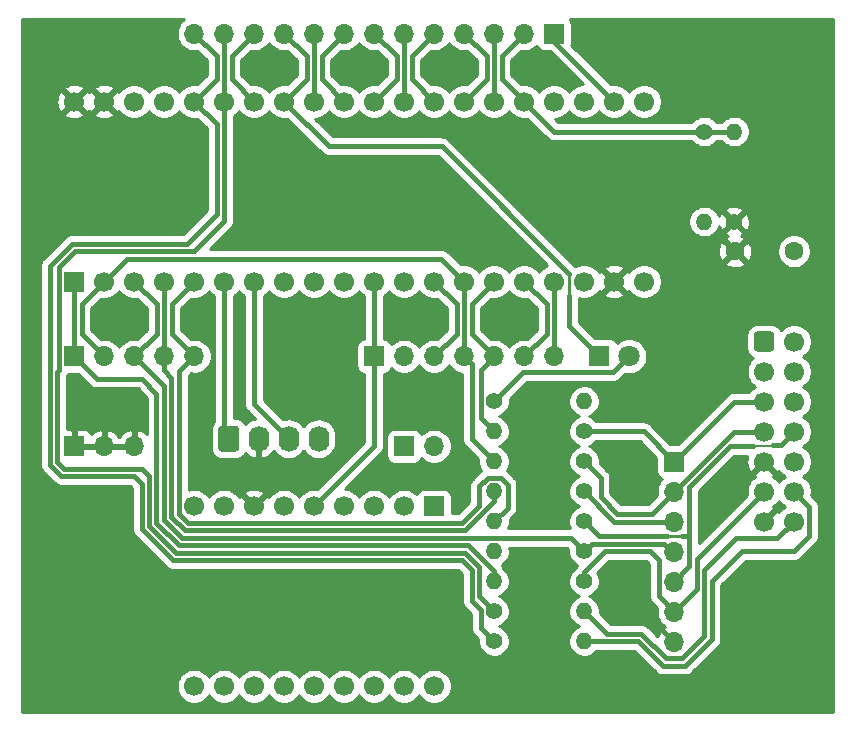
<source format=gtl>
G04 #@! TF.GenerationSoftware,KiCad,Pcbnew,(5.1.12)-1*
G04 #@! TF.CreationDate,2021-11-24T17:54:44+01:00*
G04 #@! TF.ProjectId,BluePill-BMP,426c7565-5069-46c6-9c2d-424d502e6b69,rev?*
G04 #@! TF.SameCoordinates,Original*
G04 #@! TF.FileFunction,Copper,L1,Top*
G04 #@! TF.FilePolarity,Positive*
%FSLAX46Y46*%
G04 Gerber Fmt 4.6, Leading zero omitted, Abs format (unit mm)*
G04 Created by KiCad (PCBNEW (5.1.12)-1) date 2021-11-24 17:54:44*
%MOMM*%
%LPD*%
G01*
G04 APERTURE LIST*
G04 #@! TA.AperFunction,ComponentPad*
%ADD10O,1.700000X1.700000*%
G04 #@! TD*
G04 #@! TA.AperFunction,ComponentPad*
%ADD11R,1.700000X1.700000*%
G04 #@! TD*
G04 #@! TA.AperFunction,ComponentPad*
%ADD12C,1.600000*%
G04 #@! TD*
G04 #@! TA.AperFunction,ComponentPad*
%ADD13O,1.400000X1.400000*%
G04 #@! TD*
G04 #@! TA.AperFunction,ComponentPad*
%ADD14C,1.400000*%
G04 #@! TD*
G04 #@! TA.AperFunction,ComponentPad*
%ADD15C,1.700000*%
G04 #@! TD*
G04 #@! TA.AperFunction,ComponentPad*
%ADD16O,1.740000X2.190000*%
G04 #@! TD*
G04 #@! TA.AperFunction,ComponentPad*
%ADD17C,1.800000*%
G04 #@! TD*
G04 #@! TA.AperFunction,ComponentPad*
%ADD18R,1.800000X1.800000*%
G04 #@! TD*
G04 #@! TA.AperFunction,ViaPad*
%ADD19C,1.000000*%
G04 #@! TD*
G04 #@! TA.AperFunction,Conductor*
%ADD20C,0.381000*%
G04 #@! TD*
G04 #@! TA.AperFunction,Conductor*
%ADD21C,0.200000*%
G04 #@! TD*
G04 #@! TA.AperFunction,Conductor*
%ADD22C,0.254000*%
G04 #@! TD*
G04 #@! TA.AperFunction,Conductor*
%ADD23C,0.100000*%
G04 #@! TD*
G04 APERTURE END LIST*
D10*
X172720000Y-118364000D03*
X172720000Y-115824000D03*
X172720000Y-113284000D03*
X172720000Y-110744000D03*
X172720000Y-108204000D03*
X172720000Y-105664000D03*
D11*
X172720000Y-103124000D03*
D12*
X177880000Y-85320000D03*
X182880000Y-85320000D03*
D13*
X157480000Y-110720000D03*
D14*
X165100000Y-110720000D03*
D10*
X132080000Y-66900000D03*
X134620000Y-66900000D03*
X137160000Y-66900000D03*
X139700000Y-66900000D03*
X142240000Y-66900000D03*
X144780000Y-66900000D03*
X147320000Y-66900000D03*
X149860000Y-66900000D03*
X152400000Y-66900000D03*
X154940000Y-66900000D03*
X157480000Y-66900000D03*
X160020000Y-66900000D03*
D11*
X162560000Y-66900000D03*
D10*
X162560000Y-94210000D03*
X160020000Y-94210000D03*
X157480000Y-94210000D03*
X154940000Y-94210000D03*
X152400000Y-94210000D03*
X149860000Y-94210000D03*
D11*
X147320000Y-94210000D03*
D13*
X165100000Y-115800000D03*
D14*
X157480000Y-115800000D03*
D13*
X165100000Y-118340000D03*
D14*
X157480000Y-118340000D03*
D10*
X152400000Y-101830000D03*
D11*
X149860000Y-101830000D03*
D10*
X132080000Y-94210000D03*
X129540000Y-94210000D03*
X127000000Y-94210000D03*
X124460000Y-94210000D03*
D11*
X121920000Y-94210000D03*
D15*
X132080000Y-106910000D03*
X132080000Y-122150000D03*
X134620000Y-106910000D03*
X134620000Y-122150000D03*
X137160000Y-106910000D03*
X137160000Y-122150000D03*
X139700000Y-106910000D03*
X139700000Y-122150000D03*
X142240000Y-106910000D03*
X142240000Y-122150000D03*
X144780000Y-106910000D03*
X144780000Y-122150000D03*
X147320000Y-106910000D03*
X147320000Y-122150000D03*
X149860000Y-106910000D03*
X149860000Y-122150000D03*
D11*
X152400000Y-106910000D03*
D15*
X152400000Y-122150000D03*
D16*
X142621000Y-101195000D03*
X140081000Y-101195000D03*
X137541000Y-101195000D03*
G04 #@! TA.AperFunction,ComponentPad*
G36*
G01*
X134131000Y-102040001D02*
X134131000Y-100349999D01*
G75*
G02*
X134380999Y-100100000I249999J0D01*
G01*
X135621001Y-100100000D01*
G75*
G02*
X135871000Y-100349999I0J-249999D01*
G01*
X135871000Y-102040001D01*
G75*
G02*
X135621001Y-102290000I-249999J0D01*
G01*
X134380999Y-102290000D01*
G75*
G02*
X134131000Y-102040001I0J249999D01*
G01*
G37*
G04 #@! TD.AperFunction*
D15*
X170180000Y-87884000D03*
X170180000Y-72644000D03*
X167640000Y-87884000D03*
X167640000Y-72644000D03*
X165100000Y-87884000D03*
X165100000Y-72644000D03*
X162560000Y-87884000D03*
X162560000Y-72644000D03*
X160020000Y-87884000D03*
X160020000Y-72644000D03*
X157480000Y-87884000D03*
X157480000Y-72644000D03*
X154940000Y-87884000D03*
X154940000Y-72644000D03*
X152400000Y-87884000D03*
X152400000Y-72644000D03*
X149860000Y-87884000D03*
X149860000Y-72644000D03*
X147320000Y-87884000D03*
X147320000Y-72644000D03*
X144780000Y-87884000D03*
X144780000Y-72644000D03*
X142240000Y-87884000D03*
X142240000Y-72644000D03*
X139700000Y-87884000D03*
X139700000Y-72644000D03*
X137160000Y-87884000D03*
X137160000Y-72644000D03*
X134620000Y-87884000D03*
X134620000Y-72644000D03*
X132080000Y-87884000D03*
X132080000Y-72644000D03*
X129540000Y-87884000D03*
X129540000Y-72644000D03*
X127000000Y-87884000D03*
X127000000Y-72644000D03*
X124460000Y-87884000D03*
X124460000Y-72644000D03*
D11*
X121920000Y-87884000D03*
D15*
X121920000Y-72644000D03*
D13*
X177800000Y-75184000D03*
D14*
X177800000Y-82804000D03*
D13*
X175260000Y-82804000D03*
D14*
X175260000Y-75184000D03*
D13*
X165100000Y-98020000D03*
D14*
X157480000Y-98020000D03*
D17*
X168910000Y-94210000D03*
D18*
X166370000Y-94210000D03*
D15*
X182880000Y-108204000D03*
X182880000Y-105664000D03*
X182880000Y-103124000D03*
X182880000Y-100584000D03*
X182880000Y-98044000D03*
X182880000Y-95504000D03*
X182880000Y-92964000D03*
X180340000Y-108204000D03*
X180340000Y-105664000D03*
X180340000Y-103124000D03*
X180340000Y-100584000D03*
X180340000Y-98044000D03*
X180340000Y-95504000D03*
G04 #@! TA.AperFunction,ComponentPad*
G36*
G01*
X179490000Y-93564000D02*
X179490000Y-92364000D01*
G75*
G02*
X179740000Y-92114000I250000J0D01*
G01*
X180940000Y-92114000D01*
G75*
G02*
X181190000Y-92364000I0J-250000D01*
G01*
X181190000Y-93564000D01*
G75*
G02*
X180940000Y-93814000I-250000J0D01*
G01*
X179740000Y-93814000D01*
G75*
G02*
X179490000Y-93564000I0J250000D01*
G01*
G37*
G04 #@! TD.AperFunction*
D13*
X157480000Y-108180000D03*
D14*
X165100000Y-108180000D03*
D13*
X157480000Y-113260000D03*
D14*
X165100000Y-113260000D03*
D13*
X157480000Y-103100000D03*
D14*
X165100000Y-103100000D03*
D13*
X157480000Y-100560000D03*
D14*
X165100000Y-100560000D03*
D13*
X157480000Y-105640000D03*
D14*
X165100000Y-105640000D03*
D10*
X127000000Y-101830000D03*
X124460000Y-101830000D03*
D11*
X121920000Y-101830000D03*
D19*
X143510000Y-80875000D03*
X149860000Y-91035000D03*
X135890000Y-94845000D03*
X168275000Y-113260000D03*
X150495000Y-98020000D03*
X138430000Y-70080000D03*
X146050000Y-70080000D03*
X153670000Y-70080000D03*
X161290000Y-70080000D03*
X125730000Y-91035000D03*
X158750000Y-91035000D03*
X168275000Y-103735000D03*
X180340000Y-112752000D03*
X134366000Y-115038000D03*
D20*
X168275000Y-113919000D02*
X172720000Y-118364000D01*
X168275000Y-113260000D02*
X168275000Y-113919000D01*
X147320000Y-94210000D02*
X147320000Y-87884000D01*
X147320000Y-101830000D02*
X147320000Y-94210000D01*
X142240000Y-106910000D02*
X147320000Y-101830000D01*
X174641511Y-113902489D02*
X172720000Y-115824000D01*
X174641511Y-111362489D02*
X174641511Y-113902489D01*
X180340000Y-105664000D02*
X174641511Y-111362489D01*
X165100000Y-112498000D02*
X165100000Y-113260000D01*
X166878000Y-110720000D02*
X165100000Y-112498000D01*
X171429499Y-111461499D02*
X170688000Y-110720000D01*
X170688000Y-110720000D02*
X166878000Y-110720000D01*
X171429499Y-114533499D02*
X171429499Y-111461499D01*
X172720000Y-115824000D02*
X171429499Y-114533499D01*
X182880000Y-100584000D02*
X181737000Y-101727000D01*
X181737000Y-101727000D02*
X181102000Y-101727000D01*
X174010501Y-111993499D02*
X172720000Y-113284000D01*
D21*
X181035001Y-101793999D02*
X181102000Y-101727000D01*
X179384001Y-101793999D02*
X181035001Y-101793999D01*
D20*
X165100000Y-108180000D02*
X166370000Y-109450000D01*
X166370000Y-109450000D02*
X172085000Y-109450000D01*
D22*
X172085000Y-109450000D02*
X173355000Y-109450000D01*
D20*
X173990000Y-109450000D02*
X174010501Y-109429499D01*
X173355000Y-109450000D02*
X173990000Y-109450000D01*
X174010501Y-109429499D02*
X174010501Y-111993499D01*
X174010501Y-107167499D02*
X174010501Y-109429499D01*
X179384001Y-101793999D02*
X177482383Y-101793999D01*
X174010501Y-105265881D02*
X174010501Y-107167499D01*
X177482383Y-101793999D02*
X174010501Y-105265881D01*
X177800000Y-100584000D02*
X172720000Y-105664000D01*
X180340000Y-100584000D02*
X177800000Y-100584000D01*
X165100000Y-103100000D02*
X166498691Y-104498691D01*
X166498691Y-104498691D02*
X166498691Y-106146309D01*
X166498691Y-106146309D02*
X167897382Y-107545000D01*
X170839000Y-107545000D02*
X172720000Y-105664000D01*
X167897382Y-107545000D02*
X170839000Y-107545000D01*
X177800000Y-98044000D02*
X172720000Y-103124000D01*
X180340000Y-98044000D02*
X177800000Y-98044000D01*
X170156000Y-100560000D02*
X172720000Y-103124000D01*
X165100000Y-100560000D02*
X170156000Y-100560000D01*
X167664000Y-108204000D02*
X165100000Y-105640000D01*
X172720000Y-108204000D02*
X167664000Y-108204000D01*
X127000000Y-94210000D02*
X129527479Y-96737479D01*
X129527479Y-108052185D02*
X131067815Y-109592521D01*
X129527479Y-96737479D02*
X129527479Y-108052185D01*
X172696000Y-110720000D02*
X172720000Y-110744000D01*
X131067815Y-109592521D02*
X156919537Y-109592521D01*
X127000000Y-87884000D02*
X128905000Y-89789000D01*
X128905000Y-89789000D02*
X128905000Y-92305000D01*
X128905000Y-92305000D02*
X127000000Y-94210000D01*
X163959499Y-109579499D02*
X165100000Y-110720000D01*
X156932559Y-109579499D02*
X163959499Y-109579499D01*
X156919537Y-109592521D02*
X156932559Y-109579499D01*
X172490000Y-110744000D02*
X171827010Y-110081010D01*
X172720000Y-110744000D02*
X172490000Y-110744000D01*
X165738990Y-110081010D02*
X165100000Y-110720000D01*
X171827010Y-110081010D02*
X165738990Y-110081010D01*
X134620000Y-100814000D02*
X135001000Y-101195000D01*
X134620000Y-87884000D02*
X134620000Y-100814000D01*
X137160000Y-98274000D02*
X140081000Y-101195000D01*
X137160000Y-87884000D02*
X137160000Y-98274000D01*
X129540000Y-87884000D02*
X129540000Y-94210000D01*
X130158489Y-96030570D02*
X129540000Y-95412081D01*
X130158489Y-107790813D02*
X130158489Y-96030570D01*
X131329187Y-108961511D02*
X130158489Y-107790813D01*
X155010547Y-108961511D02*
X131329187Y-108961511D01*
X157480000Y-106492058D02*
X155010547Y-108961511D01*
X129540000Y-95412081D02*
X129540000Y-94210000D01*
X157480000Y-105640000D02*
X157480000Y-106492058D01*
X156339499Y-95350501D02*
X157480000Y-94210000D01*
X156339499Y-99419499D02*
X156339499Y-95350501D01*
X157480000Y-100560000D02*
X156339499Y-99419499D01*
X157480000Y-87884000D02*
X155575000Y-89789000D01*
X155575000Y-90400000D02*
X155571010Y-90403990D01*
X155575000Y-89789000D02*
X155575000Y-90400000D01*
X155578990Y-92308990D02*
X157480000Y-94210000D01*
X155571010Y-92308990D02*
X155578990Y-92308990D01*
X155571010Y-90403990D02*
X155571010Y-92308990D01*
X154940000Y-87884000D02*
X154940000Y-94210000D01*
X157480000Y-103100000D02*
X155575000Y-101195000D01*
X155575000Y-94845000D02*
X154940000Y-94210000D01*
X155575000Y-101195000D02*
X155575000Y-94845000D01*
X154940000Y-87884000D02*
X153011000Y-85955000D01*
X126389000Y-85955000D02*
X124460000Y-87884000D01*
X153011000Y-85955000D02*
X126389000Y-85955000D01*
X124460000Y-87884000D02*
X122555000Y-89789000D01*
X122555000Y-89789000D02*
X122555000Y-92305000D01*
X122555000Y-92305000D02*
X124460000Y-94210000D01*
X121920000Y-87884000D02*
X121920000Y-94210000D01*
X157480000Y-112407942D02*
X157480000Y-113260000D01*
X130806443Y-110223531D02*
X155295589Y-110223531D01*
X128896469Y-97376469D02*
X128896469Y-108313557D01*
X127635000Y-96115000D02*
X128896469Y-97376469D01*
X128896469Y-108313557D02*
X130806443Y-110223531D01*
X123825000Y-96115000D02*
X127635000Y-96115000D01*
X155295589Y-110223531D02*
X157480000Y-112407942D01*
X121920000Y-94210000D02*
X123825000Y-96115000D01*
X158620501Y-105092559D02*
X158620501Y-107039499D01*
X158027441Y-104499499D02*
X158620501Y-105092559D01*
X156932559Y-104499499D02*
X158027441Y-104499499D01*
X156210000Y-105222058D02*
X156932559Y-104499499D01*
X156210000Y-106869676D02*
X156210000Y-105222058D01*
X154749175Y-108330501D02*
X156210000Y-106869676D01*
X131590559Y-108330501D02*
X154749175Y-108330501D01*
X130789499Y-107529441D02*
X131590559Y-108330501D01*
X158620501Y-107039499D02*
X157480000Y-108180000D01*
X130789499Y-95500501D02*
X130789499Y-107529441D01*
X132080000Y-94210000D02*
X130789499Y-95500501D01*
X132080000Y-87884000D02*
X130171010Y-89792990D01*
X130171010Y-89792990D02*
X130171010Y-92301010D01*
X130171010Y-92301010D02*
X132080000Y-94210000D01*
X168910000Y-94210000D02*
X167569499Y-95550501D01*
X159949499Y-95550501D02*
X157480000Y-98020000D01*
X167569499Y-95550501D02*
X159949499Y-95550501D01*
D22*
X163830000Y-89130000D02*
X163830000Y-88495000D01*
X163830000Y-88495000D02*
X163830000Y-87225000D01*
D20*
X163830000Y-87225000D02*
X153035000Y-76430000D01*
X143486000Y-76430000D02*
X139700000Y-72644000D01*
X153035000Y-76430000D02*
X143486000Y-76430000D01*
X163830000Y-91670000D02*
X166370000Y-94210000D01*
X163830000Y-89130000D02*
X163830000Y-91670000D01*
X141605000Y-70739000D02*
X139700000Y-72644000D01*
X141605000Y-68805000D02*
X141605000Y-70739000D01*
X139700000Y-66900000D02*
X141605000Y-68805000D01*
X177800000Y-75184000D02*
X175260000Y-75184000D01*
X162560000Y-75184000D02*
X160020000Y-72644000D01*
X175260000Y-75184000D02*
X162560000Y-75184000D01*
X160020000Y-66900000D02*
X158111010Y-68808990D01*
X158111010Y-68808990D02*
X158111010Y-70711010D01*
X160020000Y-72620000D02*
X160020000Y-72644000D01*
X158111010Y-70711010D02*
X160020000Y-72620000D01*
X135255000Y-70739000D02*
X137160000Y-72644000D01*
X135255000Y-68805000D02*
X135255000Y-70739000D01*
X137160000Y-66900000D02*
X135255000Y-68805000D01*
X162560000Y-87884000D02*
X162560000Y-94210000D01*
X160020000Y-87884000D02*
X161925000Y-89789000D01*
X161925000Y-89789000D02*
X161925000Y-92305000D01*
X161925000Y-92305000D02*
X160020000Y-94210000D01*
X152400000Y-87884000D02*
X154305000Y-89789000D01*
X154305000Y-89789000D02*
X154305000Y-92305000D01*
X154305000Y-92305000D02*
X152400000Y-94210000D01*
X162560000Y-67564000D02*
X167640000Y-72644000D01*
X162560000Y-66900000D02*
X162560000Y-67564000D01*
X181459499Y-109624501D02*
X182880000Y-108204000D01*
X175272521Y-112326481D02*
X177974501Y-109624501D01*
X177974501Y-109624501D02*
X181459499Y-109624501D01*
X175272521Y-117913821D02*
X175272521Y-112326481D01*
X173401841Y-119784501D02*
X175272521Y-117913821D01*
X172038159Y-119784501D02*
X173401841Y-119784501D01*
X165100000Y-115800000D02*
X167008990Y-117708990D01*
X169962648Y-117708990D02*
X172038159Y-119784501D01*
X167008990Y-117708990D02*
X169962648Y-117708990D01*
X184170501Y-106954501D02*
X182880000Y-105664000D01*
X182880000Y-110720000D02*
X184170501Y-109429499D01*
X178435000Y-110720000D02*
X182880000Y-110720000D01*
X171776787Y-120415511D02*
X173663213Y-120415511D01*
X175903531Y-113251469D02*
X178435000Y-110720000D01*
X175903531Y-118175193D02*
X175903531Y-113251469D01*
X173663213Y-120415511D02*
X175903531Y-118175193D01*
X169701276Y-118340000D02*
X171776787Y-120415511D01*
X184170501Y-109429499D02*
X184170501Y-106954501D01*
X165100000Y-118340000D02*
X169701276Y-118340000D01*
X142875000Y-70739000D02*
X144780000Y-72644000D01*
X142875000Y-68805000D02*
X142875000Y-70739000D01*
X144780000Y-66900000D02*
X142875000Y-68805000D01*
X142240000Y-66900000D02*
X142240000Y-72644000D01*
X149225000Y-70739000D02*
X147320000Y-72644000D01*
X149225000Y-68805000D02*
X149225000Y-70739000D01*
X147320000Y-66900000D02*
X149225000Y-68805000D01*
X149860000Y-66900000D02*
X149860000Y-72644000D01*
X150495000Y-70739000D02*
X152400000Y-72644000D01*
X150495000Y-68805000D02*
X150495000Y-70739000D01*
X152400000Y-66900000D02*
X150495000Y-68805000D01*
X156845000Y-70739000D02*
X154940000Y-72644000D01*
X156845000Y-68805000D02*
X156845000Y-70739000D01*
X154940000Y-66900000D02*
X156845000Y-68805000D01*
X157480000Y-66900000D02*
X157480000Y-72644000D01*
X133985000Y-70739000D02*
X132080000Y-72644000D01*
X133985000Y-68805000D02*
X133985000Y-70739000D01*
X132080000Y-66900000D02*
X133985000Y-68805000D01*
X156339499Y-117199499D02*
X157480000Y-118340000D01*
X156339499Y-115675499D02*
X156339499Y-117199499D01*
X155578990Y-114914990D02*
X156339499Y-115675499D01*
X155578990Y-112291696D02*
X155578990Y-114914990D01*
X132080000Y-72644000D02*
X133985000Y-74549000D01*
X133985000Y-82145000D02*
X131445000Y-84685000D01*
X154772845Y-111485551D02*
X155578990Y-112291696D01*
X131445000Y-84685000D02*
X121733716Y-84685000D01*
X121733716Y-84685000D02*
X119868489Y-86550227D01*
X119868489Y-86550227D02*
X119868489Y-103397773D01*
X119868489Y-103397773D02*
X120840716Y-104370000D01*
X130283699Y-111485551D02*
X154772845Y-111485551D01*
X120840716Y-104370000D02*
X127000000Y-104370000D01*
X133985000Y-74549000D02*
X133985000Y-82145000D01*
X127634449Y-105004449D02*
X127634449Y-108836301D01*
X127000000Y-104370000D02*
X127634449Y-105004449D01*
X127634449Y-108836301D02*
X130283699Y-111485551D01*
X134620000Y-66900000D02*
X134620000Y-72644000D01*
X156210000Y-112030324D02*
X156210000Y-114530000D01*
X155034217Y-110854541D02*
X156210000Y-112030324D01*
X134620000Y-72644000D02*
X134620000Y-82780000D01*
X134620000Y-82780000D02*
X132080000Y-85320000D01*
X132080000Y-85320000D02*
X121991098Y-85320000D01*
X120499499Y-103136401D02*
X121098098Y-103735000D01*
X121991098Y-85320000D02*
X120629499Y-86681599D01*
X120629499Y-86681599D02*
X120629499Y-95412401D01*
X120629499Y-95412401D02*
X120499499Y-95542401D01*
X128265459Y-104365459D02*
X128265459Y-108574929D01*
X120499499Y-95542401D02*
X120499499Y-103136401D01*
X121098098Y-103735000D02*
X127635000Y-103735000D01*
X156210000Y-114530000D02*
X157480000Y-115800000D01*
X127635000Y-103735000D02*
X128265459Y-104365459D01*
X128265459Y-108574929D02*
X130545071Y-110854541D01*
X130545071Y-110854541D02*
X155034217Y-110854541D01*
D22*
X131133368Y-65746525D02*
X130926525Y-65953368D01*
X130764010Y-66196589D01*
X130652068Y-66466842D01*
X130595000Y-66753740D01*
X130595000Y-67046260D01*
X130652068Y-67333158D01*
X130764010Y-67603411D01*
X130926525Y-67846632D01*
X131133368Y-68053475D01*
X131376589Y-68215990D01*
X131646842Y-68327932D01*
X131933740Y-68385000D01*
X132226260Y-68385000D01*
X132369145Y-68356578D01*
X133159500Y-69146934D01*
X133159501Y-70397065D01*
X132369145Y-71187422D01*
X132226260Y-71159000D01*
X131933740Y-71159000D01*
X131646842Y-71216068D01*
X131376589Y-71328010D01*
X131133368Y-71490525D01*
X130926525Y-71697368D01*
X130810000Y-71871760D01*
X130693475Y-71697368D01*
X130486632Y-71490525D01*
X130243411Y-71328010D01*
X129973158Y-71216068D01*
X129686260Y-71159000D01*
X129393740Y-71159000D01*
X129106842Y-71216068D01*
X128836589Y-71328010D01*
X128593368Y-71490525D01*
X128386525Y-71697368D01*
X128270000Y-71871760D01*
X128153475Y-71697368D01*
X127946632Y-71490525D01*
X127703411Y-71328010D01*
X127433158Y-71216068D01*
X127146260Y-71159000D01*
X126853740Y-71159000D01*
X126566842Y-71216068D01*
X126296589Y-71328010D01*
X126053368Y-71490525D01*
X125846525Y-71697368D01*
X125730689Y-71870729D01*
X125488397Y-71795208D01*
X124639605Y-72644000D01*
X125488397Y-73492792D01*
X125730689Y-73417271D01*
X125846525Y-73590632D01*
X126053368Y-73797475D01*
X126296589Y-73959990D01*
X126566842Y-74071932D01*
X126853740Y-74129000D01*
X127146260Y-74129000D01*
X127433158Y-74071932D01*
X127703411Y-73959990D01*
X127946632Y-73797475D01*
X128153475Y-73590632D01*
X128270000Y-73416240D01*
X128386525Y-73590632D01*
X128593368Y-73797475D01*
X128836589Y-73959990D01*
X129106842Y-74071932D01*
X129393740Y-74129000D01*
X129686260Y-74129000D01*
X129973158Y-74071932D01*
X130243411Y-73959990D01*
X130486632Y-73797475D01*
X130693475Y-73590632D01*
X130810000Y-73416240D01*
X130926525Y-73590632D01*
X131133368Y-73797475D01*
X131376589Y-73959990D01*
X131646842Y-74071932D01*
X131933740Y-74129000D01*
X132226260Y-74129000D01*
X132369145Y-74100578D01*
X133159500Y-74890934D01*
X133159501Y-81803066D01*
X131103068Y-83859500D01*
X121774266Y-83859500D01*
X121733715Y-83855506D01*
X121693165Y-83859500D01*
X121693163Y-83859500D01*
X121571890Y-83871444D01*
X121416282Y-83918647D01*
X121272874Y-83995301D01*
X121147175Y-84098459D01*
X121121324Y-84129959D01*
X119313455Y-85937829D01*
X119281948Y-85963686D01*
X119244187Y-86009699D01*
X119178790Y-86089385D01*
X119155181Y-86133555D01*
X119102136Y-86232794D01*
X119054933Y-86388402D01*
X119048269Y-86456068D01*
X119038995Y-86550227D01*
X119042989Y-86590777D01*
X119042990Y-103357212D01*
X119038995Y-103397773D01*
X119054934Y-103559599D01*
X119102136Y-103715206D01*
X119178790Y-103858615D01*
X119223879Y-103913555D01*
X119281949Y-103984314D01*
X119313450Y-104010166D01*
X120228327Y-104925045D01*
X120254175Y-104956541D01*
X120285671Y-104982389D01*
X120285674Y-104982392D01*
X120379873Y-105059699D01*
X120514786Y-105131812D01*
X120523282Y-105136353D01*
X120678890Y-105183556D01*
X120800163Y-105195500D01*
X120800165Y-105195500D01*
X120840716Y-105199494D01*
X120881266Y-105195500D01*
X126658068Y-105195500D01*
X126808949Y-105346382D01*
X126808950Y-108795741D01*
X126804955Y-108836301D01*
X126820894Y-108998127D01*
X126868096Y-109153734D01*
X126944750Y-109297143D01*
X126994264Y-109357475D01*
X127047909Y-109422842D01*
X127079410Y-109448694D01*
X129671305Y-112040590D01*
X129697158Y-112072092D01*
X129761295Y-112124728D01*
X129822856Y-112175250D01*
X129854162Y-112191983D01*
X129966265Y-112251904D01*
X130121873Y-112299107D01*
X130243146Y-112311051D01*
X130243148Y-112311051D01*
X130283698Y-112315045D01*
X130324249Y-112311051D01*
X154430913Y-112311051D01*
X154753490Y-112633629D01*
X154753491Y-114874430D01*
X154749496Y-114914990D01*
X154765435Y-115076816D01*
X154812637Y-115232423D01*
X154889291Y-115375832D01*
X154901610Y-115390842D01*
X154992450Y-115501531D01*
X155023951Y-115527383D01*
X155513999Y-116017432D01*
X155514000Y-117158939D01*
X155510005Y-117199499D01*
X155525944Y-117361325D01*
X155573146Y-117516932D01*
X155649800Y-117660341D01*
X155705006Y-117727609D01*
X155752959Y-117786040D01*
X155784460Y-117811892D01*
X156150986Y-118178419D01*
X156145000Y-118208514D01*
X156145000Y-118471486D01*
X156196304Y-118729405D01*
X156296939Y-118972359D01*
X156443038Y-119191013D01*
X156628987Y-119376962D01*
X156847641Y-119523061D01*
X157090595Y-119623696D01*
X157348514Y-119675000D01*
X157611486Y-119675000D01*
X157869405Y-119623696D01*
X158112359Y-119523061D01*
X158331013Y-119376962D01*
X158516962Y-119191013D01*
X158663061Y-118972359D01*
X158763696Y-118729405D01*
X158815000Y-118471486D01*
X158815000Y-118208514D01*
X158763696Y-117950595D01*
X158663061Y-117707641D01*
X158516962Y-117488987D01*
X158331013Y-117303038D01*
X158112359Y-117156939D01*
X157902470Y-117070000D01*
X158112359Y-116983061D01*
X158331013Y-116836962D01*
X158516962Y-116651013D01*
X158663061Y-116432359D01*
X158763696Y-116189405D01*
X158815000Y-115931486D01*
X158815000Y-115668514D01*
X158763696Y-115410595D01*
X158663061Y-115167641D01*
X158516962Y-114948987D01*
X158331013Y-114763038D01*
X158112359Y-114616939D01*
X157902470Y-114530000D01*
X158112359Y-114443061D01*
X158331013Y-114296962D01*
X158516962Y-114111013D01*
X158663061Y-113892359D01*
X158763696Y-113649405D01*
X158815000Y-113391486D01*
X158815000Y-113128514D01*
X158763696Y-112870595D01*
X158663061Y-112627641D01*
X158516962Y-112408987D01*
X158331013Y-112223038D01*
X158275254Y-112185781D01*
X158246353Y-112090508D01*
X158230041Y-112059990D01*
X158169699Y-111947099D01*
X158126050Y-111893913D01*
X158331013Y-111756962D01*
X158516962Y-111571013D01*
X158663061Y-111352359D01*
X158763696Y-111109405D01*
X158815000Y-110851486D01*
X158815000Y-110588514D01*
X158778496Y-110404999D01*
X163617567Y-110404999D01*
X163770986Y-110558419D01*
X163765000Y-110588514D01*
X163765000Y-110851486D01*
X163816304Y-111109405D01*
X163916939Y-111352359D01*
X164063038Y-111571013D01*
X164248987Y-111756962D01*
X164467641Y-111903061D01*
X164506979Y-111919355D01*
X164460243Y-111976304D01*
X164410301Y-112037158D01*
X164377811Y-112097942D01*
X164345368Y-112158639D01*
X164248987Y-112223038D01*
X164063038Y-112408987D01*
X163916939Y-112627641D01*
X163816304Y-112870595D01*
X163765000Y-113128514D01*
X163765000Y-113391486D01*
X163816304Y-113649405D01*
X163916939Y-113892359D01*
X164063038Y-114111013D01*
X164248987Y-114296962D01*
X164467641Y-114443061D01*
X164677530Y-114530000D01*
X164467641Y-114616939D01*
X164248987Y-114763038D01*
X164063038Y-114948987D01*
X163916939Y-115167641D01*
X163816304Y-115410595D01*
X163765000Y-115668514D01*
X163765000Y-115931486D01*
X163816304Y-116189405D01*
X163916939Y-116432359D01*
X164063038Y-116651013D01*
X164248987Y-116836962D01*
X164467641Y-116983061D01*
X164677530Y-117070000D01*
X164467641Y-117156939D01*
X164248987Y-117303038D01*
X164063038Y-117488987D01*
X163916939Y-117707641D01*
X163816304Y-117950595D01*
X163765000Y-118208514D01*
X163765000Y-118471486D01*
X163816304Y-118729405D01*
X163916939Y-118972359D01*
X164063038Y-119191013D01*
X164248987Y-119376962D01*
X164467641Y-119523061D01*
X164710595Y-119623696D01*
X164968514Y-119675000D01*
X165231486Y-119675000D01*
X165489405Y-119623696D01*
X165732359Y-119523061D01*
X165951013Y-119376962D01*
X166136962Y-119191013D01*
X166154009Y-119165500D01*
X169359344Y-119165500D01*
X171164398Y-120970556D01*
X171190246Y-121002052D01*
X171221742Y-121027900D01*
X171221745Y-121027903D01*
X171315944Y-121105210D01*
X171459353Y-121181864D01*
X171614961Y-121229067D01*
X171736234Y-121241011D01*
X171736236Y-121241011D01*
X171776787Y-121245005D01*
X171817337Y-121241011D01*
X173622663Y-121241011D01*
X173663213Y-121245005D01*
X173703763Y-121241011D01*
X173703766Y-121241011D01*
X173825039Y-121229067D01*
X173980647Y-121181864D01*
X174124055Y-121105210D01*
X174249754Y-121002052D01*
X174275611Y-120970545D01*
X176458572Y-118787585D01*
X176490072Y-118761734D01*
X176557006Y-118680174D01*
X176593230Y-118636036D01*
X176669884Y-118492627D01*
X176677093Y-118468863D01*
X176717087Y-118337019D01*
X176729031Y-118215746D01*
X176729031Y-118215744D01*
X176733025Y-118175194D01*
X176729031Y-118134643D01*
X176729031Y-113593401D01*
X178776934Y-111545500D01*
X182839450Y-111545500D01*
X182880000Y-111549494D01*
X182920550Y-111545500D01*
X182920553Y-111545500D01*
X183041826Y-111533556D01*
X183197434Y-111486353D01*
X183340842Y-111409699D01*
X183466541Y-111306541D01*
X183492398Y-111275034D01*
X184725541Y-110041891D01*
X184757042Y-110016040D01*
X184817859Y-109941934D01*
X184860200Y-109890342D01*
X184936854Y-109746933D01*
X184936854Y-109746932D01*
X184984057Y-109591325D01*
X184996001Y-109470052D01*
X184996001Y-109470050D01*
X184999995Y-109429500D01*
X184996001Y-109388946D01*
X184996001Y-106995051D01*
X184999995Y-106954500D01*
X184995635Y-106910229D01*
X184984057Y-106792675D01*
X184936854Y-106637067D01*
X184922724Y-106610632D01*
X184860200Y-106493658D01*
X184782892Y-106399459D01*
X184757042Y-106367960D01*
X184725540Y-106342107D01*
X184336578Y-105953145D01*
X184365000Y-105810260D01*
X184365000Y-105517740D01*
X184307932Y-105230842D01*
X184195990Y-104960589D01*
X184033475Y-104717368D01*
X183826632Y-104510525D01*
X183652240Y-104394000D01*
X183826632Y-104277475D01*
X184033475Y-104070632D01*
X184195990Y-103827411D01*
X184307932Y-103557158D01*
X184365000Y-103270260D01*
X184365000Y-102977740D01*
X184307932Y-102690842D01*
X184195990Y-102420589D01*
X184033475Y-102177368D01*
X183826632Y-101970525D01*
X183652240Y-101854000D01*
X183826632Y-101737475D01*
X184033475Y-101530632D01*
X184195990Y-101287411D01*
X184307932Y-101017158D01*
X184365000Y-100730260D01*
X184365000Y-100437740D01*
X184307932Y-100150842D01*
X184195990Y-99880589D01*
X184033475Y-99637368D01*
X183826632Y-99430525D01*
X183652240Y-99314000D01*
X183826632Y-99197475D01*
X184033475Y-98990632D01*
X184195990Y-98747411D01*
X184307932Y-98477158D01*
X184365000Y-98190260D01*
X184365000Y-97897740D01*
X184307932Y-97610842D01*
X184195990Y-97340589D01*
X184033475Y-97097368D01*
X183826632Y-96890525D01*
X183652240Y-96774000D01*
X183826632Y-96657475D01*
X184033475Y-96450632D01*
X184195990Y-96207411D01*
X184307932Y-95937158D01*
X184365000Y-95650260D01*
X184365000Y-95357740D01*
X184307932Y-95070842D01*
X184195990Y-94800589D01*
X184033475Y-94557368D01*
X183826632Y-94350525D01*
X183652240Y-94234000D01*
X183826632Y-94117475D01*
X184033475Y-93910632D01*
X184195990Y-93667411D01*
X184307932Y-93397158D01*
X184365000Y-93110260D01*
X184365000Y-92817740D01*
X184307932Y-92530842D01*
X184195990Y-92260589D01*
X184033475Y-92017368D01*
X183826632Y-91810525D01*
X183583411Y-91648010D01*
X183313158Y-91536068D01*
X183026260Y-91479000D01*
X182733740Y-91479000D01*
X182446842Y-91536068D01*
X182176589Y-91648010D01*
X181933368Y-91810525D01*
X181746285Y-91997608D01*
X181678405Y-91870614D01*
X181567962Y-91736038D01*
X181433386Y-91625595D01*
X181279850Y-91543528D01*
X181113254Y-91492992D01*
X180940000Y-91475928D01*
X179740000Y-91475928D01*
X179566746Y-91492992D01*
X179400150Y-91543528D01*
X179246614Y-91625595D01*
X179112038Y-91736038D01*
X179001595Y-91870614D01*
X178919528Y-92024150D01*
X178868992Y-92190746D01*
X178851928Y-92364000D01*
X178851928Y-93564000D01*
X178868992Y-93737254D01*
X178919528Y-93903850D01*
X179001595Y-94057386D01*
X179112038Y-94191962D01*
X179246614Y-94302405D01*
X179373608Y-94370285D01*
X179186525Y-94557368D01*
X179024010Y-94800589D01*
X178912068Y-95070842D01*
X178855000Y-95357740D01*
X178855000Y-95650260D01*
X178912068Y-95937158D01*
X179024010Y-96207411D01*
X179186525Y-96450632D01*
X179393368Y-96657475D01*
X179567760Y-96774000D01*
X179393368Y-96890525D01*
X179186525Y-97097368D01*
X179105587Y-97218500D01*
X177840550Y-97218500D01*
X177800000Y-97214506D01*
X177759449Y-97218500D01*
X177759447Y-97218500D01*
X177638174Y-97230444D01*
X177482566Y-97277647D01*
X177339157Y-97354301D01*
X177244958Y-97431608D01*
X177244955Y-97431611D01*
X177213459Y-97457459D01*
X177187611Y-97488955D01*
X173040640Y-101635928D01*
X172399361Y-101635928D01*
X170768398Y-100004966D01*
X170742541Y-99973459D01*
X170616842Y-99870301D01*
X170473434Y-99793647D01*
X170317826Y-99746444D01*
X170196553Y-99734500D01*
X170196550Y-99734500D01*
X170156000Y-99730506D01*
X170115450Y-99734500D01*
X166154009Y-99734500D01*
X166136962Y-99708987D01*
X165951013Y-99523038D01*
X165732359Y-99376939D01*
X165522470Y-99290000D01*
X165732359Y-99203061D01*
X165951013Y-99056962D01*
X166136962Y-98871013D01*
X166283061Y-98652359D01*
X166383696Y-98409405D01*
X166435000Y-98151486D01*
X166435000Y-97888514D01*
X166383696Y-97630595D01*
X166283061Y-97387641D01*
X166136962Y-97168987D01*
X165951013Y-96983038D01*
X165732359Y-96836939D01*
X165489405Y-96736304D01*
X165231486Y-96685000D01*
X164968514Y-96685000D01*
X164710595Y-96736304D01*
X164467641Y-96836939D01*
X164248987Y-96983038D01*
X164063038Y-97168987D01*
X163916939Y-97387641D01*
X163816304Y-97630595D01*
X163765000Y-97888514D01*
X163765000Y-98151486D01*
X163816304Y-98409405D01*
X163916939Y-98652359D01*
X164063038Y-98871013D01*
X164248987Y-99056962D01*
X164467641Y-99203061D01*
X164677530Y-99290000D01*
X164467641Y-99376939D01*
X164248987Y-99523038D01*
X164063038Y-99708987D01*
X163916939Y-99927641D01*
X163816304Y-100170595D01*
X163765000Y-100428514D01*
X163765000Y-100691486D01*
X163816304Y-100949405D01*
X163916939Y-101192359D01*
X164063038Y-101411013D01*
X164248987Y-101596962D01*
X164467641Y-101743061D01*
X164677530Y-101830000D01*
X164467641Y-101916939D01*
X164248987Y-102063038D01*
X164063038Y-102248987D01*
X163916939Y-102467641D01*
X163816304Y-102710595D01*
X163765000Y-102968514D01*
X163765000Y-103231486D01*
X163816304Y-103489405D01*
X163916939Y-103732359D01*
X164063038Y-103951013D01*
X164248987Y-104136962D01*
X164467641Y-104283061D01*
X164677530Y-104370000D01*
X164467641Y-104456939D01*
X164248987Y-104603038D01*
X164063038Y-104788987D01*
X163916939Y-105007641D01*
X163816304Y-105250595D01*
X163765000Y-105508514D01*
X163765000Y-105771486D01*
X163816304Y-106029405D01*
X163916939Y-106272359D01*
X164063038Y-106491013D01*
X164248987Y-106676962D01*
X164467641Y-106823061D01*
X164677530Y-106910000D01*
X164467641Y-106996939D01*
X164248987Y-107143038D01*
X164063038Y-107328987D01*
X163916939Y-107547641D01*
X163816304Y-107790595D01*
X163765000Y-108048514D01*
X163765000Y-108311486D01*
X163816304Y-108569405D01*
X163892765Y-108753999D01*
X158687235Y-108753999D01*
X158763696Y-108569405D01*
X158815000Y-108311486D01*
X158815000Y-108048514D01*
X158809014Y-108018419D01*
X159175540Y-107651893D01*
X159207042Y-107626040D01*
X159271741Y-107547204D01*
X159310200Y-107500342D01*
X159386854Y-107356933D01*
X159391033Y-107343158D01*
X159434057Y-107201325D01*
X159446001Y-107080052D01*
X159446001Y-107080050D01*
X159449995Y-107039499D01*
X159446001Y-106998949D01*
X159446001Y-105133098D01*
X159449994Y-105092558D01*
X159446001Y-105052018D01*
X159446001Y-105052006D01*
X159434057Y-104930733D01*
X159386854Y-104775125D01*
X159310200Y-104631717D01*
X159310199Y-104631715D01*
X159237890Y-104543607D01*
X159207042Y-104506018D01*
X159175541Y-104480166D01*
X158639839Y-103944465D01*
X158613982Y-103912958D01*
X158567744Y-103875012D01*
X158663061Y-103732359D01*
X158763696Y-103489405D01*
X158815000Y-103231486D01*
X158815000Y-102968514D01*
X158763696Y-102710595D01*
X158663061Y-102467641D01*
X158516962Y-102248987D01*
X158331013Y-102063038D01*
X158112359Y-101916939D01*
X157902470Y-101830000D01*
X158112359Y-101743061D01*
X158331013Y-101596962D01*
X158516962Y-101411013D01*
X158663061Y-101192359D01*
X158763696Y-100949405D01*
X158815000Y-100691486D01*
X158815000Y-100428514D01*
X158763696Y-100170595D01*
X158663061Y-99927641D01*
X158516962Y-99708987D01*
X158331013Y-99523038D01*
X158112359Y-99376939D01*
X157902470Y-99290000D01*
X158112359Y-99203061D01*
X158331013Y-99056962D01*
X158516962Y-98871013D01*
X158663061Y-98652359D01*
X158763696Y-98409405D01*
X158815000Y-98151486D01*
X158815000Y-97888514D01*
X158809014Y-97858419D01*
X160291432Y-96376001D01*
X167528949Y-96376001D01*
X167569499Y-96379995D01*
X167610049Y-96376001D01*
X167610052Y-96376001D01*
X167731325Y-96364057D01*
X167886933Y-96316854D01*
X168030341Y-96240200D01*
X168156040Y-96137042D01*
X168181897Y-96105535D01*
X168578333Y-95709100D01*
X168758816Y-95745000D01*
X169061184Y-95745000D01*
X169357743Y-95686011D01*
X169637095Y-95570299D01*
X169888505Y-95402312D01*
X170102312Y-95188505D01*
X170270299Y-94937095D01*
X170386011Y-94657743D01*
X170445000Y-94361184D01*
X170445000Y-94058816D01*
X170386011Y-93762257D01*
X170270299Y-93482905D01*
X170102312Y-93231495D01*
X169888505Y-93017688D01*
X169637095Y-92849701D01*
X169357743Y-92733989D01*
X169061184Y-92675000D01*
X168758816Y-92675000D01*
X168462257Y-92733989D01*
X168182905Y-92849701D01*
X167931495Y-93017688D01*
X167865056Y-93084127D01*
X167859502Y-93065820D01*
X167800537Y-92955506D01*
X167721185Y-92858815D01*
X167624494Y-92779463D01*
X167514180Y-92720498D01*
X167394482Y-92684188D01*
X167270000Y-92671928D01*
X165999361Y-92671928D01*
X164655500Y-91328068D01*
X164655500Y-89307234D01*
X164666842Y-89311932D01*
X164953740Y-89369000D01*
X165246260Y-89369000D01*
X165533158Y-89311932D01*
X165803411Y-89199990D01*
X166046632Y-89037475D01*
X166171710Y-88912397D01*
X166791208Y-88912397D01*
X166868843Y-89161472D01*
X167132883Y-89287371D01*
X167416411Y-89359339D01*
X167708531Y-89374611D01*
X167998019Y-89332599D01*
X168273747Y-89234919D01*
X168411157Y-89161472D01*
X168488792Y-88912397D01*
X167640000Y-88063605D01*
X166791208Y-88912397D01*
X166171710Y-88912397D01*
X166253475Y-88830632D01*
X166369311Y-88657271D01*
X166611603Y-88732792D01*
X167460395Y-87884000D01*
X167819605Y-87884000D01*
X168668397Y-88732792D01*
X168910689Y-88657271D01*
X169026525Y-88830632D01*
X169233368Y-89037475D01*
X169476589Y-89199990D01*
X169746842Y-89311932D01*
X170033740Y-89369000D01*
X170326260Y-89369000D01*
X170613158Y-89311932D01*
X170883411Y-89199990D01*
X171126632Y-89037475D01*
X171333475Y-88830632D01*
X171495990Y-88587411D01*
X171607932Y-88317158D01*
X171665000Y-88030260D01*
X171665000Y-87737740D01*
X171607932Y-87450842D01*
X171495990Y-87180589D01*
X171333475Y-86937368D01*
X171126632Y-86730525D01*
X170883411Y-86568010D01*
X170613158Y-86456068D01*
X170326260Y-86399000D01*
X170033740Y-86399000D01*
X169746842Y-86456068D01*
X169476589Y-86568010D01*
X169233368Y-86730525D01*
X169026525Y-86937368D01*
X168910689Y-87110729D01*
X168668397Y-87035208D01*
X167819605Y-87884000D01*
X167460395Y-87884000D01*
X166611603Y-87035208D01*
X166369311Y-87110729D01*
X166253475Y-86937368D01*
X166171710Y-86855603D01*
X166791208Y-86855603D01*
X167640000Y-87704395D01*
X168488792Y-86855603D01*
X168411157Y-86606528D01*
X168147117Y-86480629D01*
X167863589Y-86408661D01*
X167571469Y-86393389D01*
X167281981Y-86435401D01*
X167006253Y-86533081D01*
X166868843Y-86606528D01*
X166791208Y-86855603D01*
X166171710Y-86855603D01*
X166046632Y-86730525D01*
X165803411Y-86568010D01*
X165533158Y-86456068D01*
X165246260Y-86399000D01*
X164953740Y-86399000D01*
X164666842Y-86456068D01*
X164396589Y-86568010D01*
X164362932Y-86590499D01*
X164085135Y-86312702D01*
X177066903Y-86312702D01*
X177138486Y-86556671D01*
X177393996Y-86677571D01*
X177668184Y-86746300D01*
X177950512Y-86760217D01*
X178230130Y-86718787D01*
X178496292Y-86623603D01*
X178621514Y-86556671D01*
X178693097Y-86312702D01*
X177880000Y-85499605D01*
X177066903Y-86312702D01*
X164085135Y-86312702D01*
X163162945Y-85390512D01*
X176439783Y-85390512D01*
X176481213Y-85670130D01*
X176576397Y-85936292D01*
X176643329Y-86061514D01*
X176887298Y-86133097D01*
X177700395Y-85320000D01*
X178059605Y-85320000D01*
X178872702Y-86133097D01*
X179116671Y-86061514D01*
X179237571Y-85806004D01*
X179306300Y-85531816D01*
X179320217Y-85249488D01*
X179309724Y-85178665D01*
X181445000Y-85178665D01*
X181445000Y-85461335D01*
X181500147Y-85738574D01*
X181608320Y-85999727D01*
X181765363Y-86234759D01*
X181965241Y-86434637D01*
X182200273Y-86591680D01*
X182461426Y-86699853D01*
X182738665Y-86755000D01*
X183021335Y-86755000D01*
X183298574Y-86699853D01*
X183559727Y-86591680D01*
X183794759Y-86434637D01*
X183994637Y-86234759D01*
X184151680Y-85999727D01*
X184259853Y-85738574D01*
X184315000Y-85461335D01*
X184315000Y-85178665D01*
X184259853Y-84901426D01*
X184151680Y-84640273D01*
X183994637Y-84405241D01*
X183794759Y-84205363D01*
X183559727Y-84048320D01*
X183298574Y-83940147D01*
X183021335Y-83885000D01*
X182738665Y-83885000D01*
X182461426Y-83940147D01*
X182200273Y-84048320D01*
X181965241Y-84205363D01*
X181765363Y-84405241D01*
X181608320Y-84640273D01*
X181500147Y-84901426D01*
X181445000Y-85178665D01*
X179309724Y-85178665D01*
X179278787Y-84969870D01*
X179183603Y-84703708D01*
X179116671Y-84578486D01*
X178872702Y-84506903D01*
X178059605Y-85320000D01*
X177700395Y-85320000D01*
X176887298Y-84506903D01*
X176643329Y-84578486D01*
X176522429Y-84833996D01*
X176453700Y-85108184D01*
X176439783Y-85390512D01*
X163162945Y-85390512D01*
X160444947Y-82672514D01*
X173925000Y-82672514D01*
X173925000Y-82935486D01*
X173976304Y-83193405D01*
X174076939Y-83436359D01*
X174223038Y-83655013D01*
X174408987Y-83840962D01*
X174627641Y-83987061D01*
X174870595Y-84087696D01*
X175128514Y-84139000D01*
X175391486Y-84139000D01*
X175649405Y-84087696D01*
X175892359Y-83987061D01*
X176111013Y-83840962D01*
X176226706Y-83725269D01*
X177058336Y-83725269D01*
X177117797Y-83959037D01*
X177253203Y-84022012D01*
X177138486Y-84083329D01*
X177066903Y-84327298D01*
X177880000Y-85140395D01*
X178693097Y-84327298D01*
X178621514Y-84083329D01*
X178424274Y-83990001D01*
X178482203Y-83959037D01*
X178541664Y-83725269D01*
X177800000Y-82983605D01*
X177058336Y-83725269D01*
X176226706Y-83725269D01*
X176296962Y-83655013D01*
X176443061Y-83436359D01*
X176531621Y-83222556D01*
X176591065Y-83385366D01*
X176644963Y-83486203D01*
X176878731Y-83545664D01*
X177620395Y-82804000D01*
X177979605Y-82804000D01*
X178721269Y-83545664D01*
X178955037Y-83486203D01*
X179065934Y-83247758D01*
X179128183Y-82992260D01*
X179139390Y-82729527D01*
X179099125Y-82469656D01*
X179008935Y-82222634D01*
X178955037Y-82121797D01*
X178721269Y-82062336D01*
X177979605Y-82804000D01*
X177620395Y-82804000D01*
X176878731Y-82062336D01*
X176644963Y-82121797D01*
X176534066Y-82360242D01*
X176529294Y-82379827D01*
X176443061Y-82171641D01*
X176296962Y-81952987D01*
X176226706Y-81882731D01*
X177058336Y-81882731D01*
X177800000Y-82624395D01*
X178541664Y-81882731D01*
X178482203Y-81648963D01*
X178243758Y-81538066D01*
X177988260Y-81475817D01*
X177725527Y-81464610D01*
X177465656Y-81504875D01*
X177218634Y-81595065D01*
X177117797Y-81648963D01*
X177058336Y-81882731D01*
X176226706Y-81882731D01*
X176111013Y-81767038D01*
X175892359Y-81620939D01*
X175649405Y-81520304D01*
X175391486Y-81469000D01*
X175128514Y-81469000D01*
X174870595Y-81520304D01*
X174627641Y-81620939D01*
X174408987Y-81767038D01*
X174223038Y-81952987D01*
X174076939Y-82171641D01*
X173976304Y-82414595D01*
X173925000Y-82672514D01*
X160444947Y-82672514D01*
X153647398Y-75874966D01*
X153621541Y-75843459D01*
X153495842Y-75740301D01*
X153352434Y-75663647D01*
X153196826Y-75616444D01*
X153075553Y-75604500D01*
X153075550Y-75604500D01*
X153035000Y-75600506D01*
X152994450Y-75604500D01*
X143827934Y-75604500D01*
X142352433Y-74129000D01*
X142386260Y-74129000D01*
X142673158Y-74071932D01*
X142943411Y-73959990D01*
X143186632Y-73797475D01*
X143393475Y-73590632D01*
X143510000Y-73416240D01*
X143626525Y-73590632D01*
X143833368Y-73797475D01*
X144076589Y-73959990D01*
X144346842Y-74071932D01*
X144633740Y-74129000D01*
X144926260Y-74129000D01*
X145213158Y-74071932D01*
X145483411Y-73959990D01*
X145726632Y-73797475D01*
X145933475Y-73590632D01*
X146050000Y-73416240D01*
X146166525Y-73590632D01*
X146373368Y-73797475D01*
X146616589Y-73959990D01*
X146886842Y-74071932D01*
X147173740Y-74129000D01*
X147466260Y-74129000D01*
X147753158Y-74071932D01*
X148023411Y-73959990D01*
X148266632Y-73797475D01*
X148473475Y-73590632D01*
X148590000Y-73416240D01*
X148706525Y-73590632D01*
X148913368Y-73797475D01*
X149156589Y-73959990D01*
X149426842Y-74071932D01*
X149713740Y-74129000D01*
X150006260Y-74129000D01*
X150293158Y-74071932D01*
X150563411Y-73959990D01*
X150806632Y-73797475D01*
X151013475Y-73590632D01*
X151130000Y-73416240D01*
X151246525Y-73590632D01*
X151453368Y-73797475D01*
X151696589Y-73959990D01*
X151966842Y-74071932D01*
X152253740Y-74129000D01*
X152546260Y-74129000D01*
X152833158Y-74071932D01*
X153103411Y-73959990D01*
X153346632Y-73797475D01*
X153553475Y-73590632D01*
X153670000Y-73416240D01*
X153786525Y-73590632D01*
X153993368Y-73797475D01*
X154236589Y-73959990D01*
X154506842Y-74071932D01*
X154793740Y-74129000D01*
X155086260Y-74129000D01*
X155373158Y-74071932D01*
X155643411Y-73959990D01*
X155886632Y-73797475D01*
X156093475Y-73590632D01*
X156210000Y-73416240D01*
X156326525Y-73590632D01*
X156533368Y-73797475D01*
X156776589Y-73959990D01*
X157046842Y-74071932D01*
X157333740Y-74129000D01*
X157626260Y-74129000D01*
X157913158Y-74071932D01*
X158183411Y-73959990D01*
X158426632Y-73797475D01*
X158633475Y-73590632D01*
X158750000Y-73416240D01*
X158866525Y-73590632D01*
X159073368Y-73797475D01*
X159316589Y-73959990D01*
X159586842Y-74071932D01*
X159873740Y-74129000D01*
X160166260Y-74129000D01*
X160309146Y-74100578D01*
X161947606Y-75739039D01*
X161973459Y-75770541D01*
X162029289Y-75816359D01*
X162099156Y-75873698D01*
X162099158Y-75873699D01*
X162242566Y-75950353D01*
X162398174Y-75997556D01*
X162519447Y-76009500D01*
X162519456Y-76009500D01*
X162559999Y-76013493D01*
X162600542Y-76009500D01*
X174205991Y-76009500D01*
X174223038Y-76035013D01*
X174408987Y-76220962D01*
X174627641Y-76367061D01*
X174870595Y-76467696D01*
X175128514Y-76519000D01*
X175391486Y-76519000D01*
X175649405Y-76467696D01*
X175892359Y-76367061D01*
X176111013Y-76220962D01*
X176296962Y-76035013D01*
X176314009Y-76009500D01*
X176745991Y-76009500D01*
X176763038Y-76035013D01*
X176948987Y-76220962D01*
X177167641Y-76367061D01*
X177410595Y-76467696D01*
X177668514Y-76519000D01*
X177931486Y-76519000D01*
X178189405Y-76467696D01*
X178432359Y-76367061D01*
X178651013Y-76220962D01*
X178836962Y-76035013D01*
X178983061Y-75816359D01*
X179083696Y-75573405D01*
X179135000Y-75315486D01*
X179135000Y-75052514D01*
X179083696Y-74794595D01*
X178983061Y-74551641D01*
X178836962Y-74332987D01*
X178651013Y-74147038D01*
X178432359Y-74000939D01*
X178189405Y-73900304D01*
X177931486Y-73849000D01*
X177668514Y-73849000D01*
X177410595Y-73900304D01*
X177167641Y-74000939D01*
X176948987Y-74147038D01*
X176763038Y-74332987D01*
X176745991Y-74358500D01*
X176314009Y-74358500D01*
X176296962Y-74332987D01*
X176111013Y-74147038D01*
X175892359Y-74000939D01*
X175649405Y-73900304D01*
X175391486Y-73849000D01*
X175128514Y-73849000D01*
X174870595Y-73900304D01*
X174627641Y-74000939D01*
X174408987Y-74147038D01*
X174223038Y-74332987D01*
X174205991Y-74358500D01*
X162901933Y-74358500D01*
X162672433Y-74129000D01*
X162706260Y-74129000D01*
X162993158Y-74071932D01*
X163263411Y-73959990D01*
X163506632Y-73797475D01*
X163713475Y-73590632D01*
X163830000Y-73416240D01*
X163946525Y-73590632D01*
X164153368Y-73797475D01*
X164396589Y-73959990D01*
X164666842Y-74071932D01*
X164953740Y-74129000D01*
X165246260Y-74129000D01*
X165533158Y-74071932D01*
X165803411Y-73959990D01*
X166046632Y-73797475D01*
X166253475Y-73590632D01*
X166370000Y-73416240D01*
X166486525Y-73590632D01*
X166693368Y-73797475D01*
X166936589Y-73959990D01*
X167206842Y-74071932D01*
X167493740Y-74129000D01*
X167786260Y-74129000D01*
X168073158Y-74071932D01*
X168343411Y-73959990D01*
X168586632Y-73797475D01*
X168793475Y-73590632D01*
X168910000Y-73416240D01*
X169026525Y-73590632D01*
X169233368Y-73797475D01*
X169476589Y-73959990D01*
X169746842Y-74071932D01*
X170033740Y-74129000D01*
X170326260Y-74129000D01*
X170613158Y-74071932D01*
X170883411Y-73959990D01*
X171126632Y-73797475D01*
X171333475Y-73590632D01*
X171495990Y-73347411D01*
X171607932Y-73077158D01*
X171665000Y-72790260D01*
X171665000Y-72497740D01*
X171607932Y-72210842D01*
X171495990Y-71940589D01*
X171333475Y-71697368D01*
X171126632Y-71490525D01*
X170883411Y-71328010D01*
X170613158Y-71216068D01*
X170326260Y-71159000D01*
X170033740Y-71159000D01*
X169746842Y-71216068D01*
X169476589Y-71328010D01*
X169233368Y-71490525D01*
X169026525Y-71697368D01*
X168910000Y-71871760D01*
X168793475Y-71697368D01*
X168586632Y-71490525D01*
X168343411Y-71328010D01*
X168073158Y-71216068D01*
X167786260Y-71159000D01*
X167493740Y-71159000D01*
X167350855Y-71187422D01*
X164036000Y-67872568D01*
X164048072Y-67750000D01*
X164048072Y-66050000D01*
X164035812Y-65925518D01*
X163999502Y-65805820D01*
X163940537Y-65695506D01*
X163911398Y-65660000D01*
X186180000Y-65660000D01*
X186180001Y-124340000D01*
X117500000Y-124340000D01*
X117500000Y-122003740D01*
X130595000Y-122003740D01*
X130595000Y-122296260D01*
X130652068Y-122583158D01*
X130764010Y-122853411D01*
X130926525Y-123096632D01*
X131133368Y-123303475D01*
X131376589Y-123465990D01*
X131646842Y-123577932D01*
X131933740Y-123635000D01*
X132226260Y-123635000D01*
X132513158Y-123577932D01*
X132783411Y-123465990D01*
X133026632Y-123303475D01*
X133233475Y-123096632D01*
X133350000Y-122922240D01*
X133466525Y-123096632D01*
X133673368Y-123303475D01*
X133916589Y-123465990D01*
X134186842Y-123577932D01*
X134473740Y-123635000D01*
X134766260Y-123635000D01*
X135053158Y-123577932D01*
X135323411Y-123465990D01*
X135566632Y-123303475D01*
X135773475Y-123096632D01*
X135890000Y-122922240D01*
X136006525Y-123096632D01*
X136213368Y-123303475D01*
X136456589Y-123465990D01*
X136726842Y-123577932D01*
X137013740Y-123635000D01*
X137306260Y-123635000D01*
X137593158Y-123577932D01*
X137863411Y-123465990D01*
X138106632Y-123303475D01*
X138313475Y-123096632D01*
X138430000Y-122922240D01*
X138546525Y-123096632D01*
X138753368Y-123303475D01*
X138996589Y-123465990D01*
X139266842Y-123577932D01*
X139553740Y-123635000D01*
X139846260Y-123635000D01*
X140133158Y-123577932D01*
X140403411Y-123465990D01*
X140646632Y-123303475D01*
X140853475Y-123096632D01*
X140970000Y-122922240D01*
X141086525Y-123096632D01*
X141293368Y-123303475D01*
X141536589Y-123465990D01*
X141806842Y-123577932D01*
X142093740Y-123635000D01*
X142386260Y-123635000D01*
X142673158Y-123577932D01*
X142943411Y-123465990D01*
X143186632Y-123303475D01*
X143393475Y-123096632D01*
X143510000Y-122922240D01*
X143626525Y-123096632D01*
X143833368Y-123303475D01*
X144076589Y-123465990D01*
X144346842Y-123577932D01*
X144633740Y-123635000D01*
X144926260Y-123635000D01*
X145213158Y-123577932D01*
X145483411Y-123465990D01*
X145726632Y-123303475D01*
X145933475Y-123096632D01*
X146050000Y-122922240D01*
X146166525Y-123096632D01*
X146373368Y-123303475D01*
X146616589Y-123465990D01*
X146886842Y-123577932D01*
X147173740Y-123635000D01*
X147466260Y-123635000D01*
X147753158Y-123577932D01*
X148023411Y-123465990D01*
X148266632Y-123303475D01*
X148473475Y-123096632D01*
X148590000Y-122922240D01*
X148706525Y-123096632D01*
X148913368Y-123303475D01*
X149156589Y-123465990D01*
X149426842Y-123577932D01*
X149713740Y-123635000D01*
X150006260Y-123635000D01*
X150293158Y-123577932D01*
X150563411Y-123465990D01*
X150806632Y-123303475D01*
X151013475Y-123096632D01*
X151130000Y-122922240D01*
X151246525Y-123096632D01*
X151453368Y-123303475D01*
X151696589Y-123465990D01*
X151966842Y-123577932D01*
X152253740Y-123635000D01*
X152546260Y-123635000D01*
X152833158Y-123577932D01*
X153103411Y-123465990D01*
X153346632Y-123303475D01*
X153553475Y-123096632D01*
X153715990Y-122853411D01*
X153827932Y-122583158D01*
X153885000Y-122296260D01*
X153885000Y-122003740D01*
X153827932Y-121716842D01*
X153715990Y-121446589D01*
X153553475Y-121203368D01*
X153346632Y-120996525D01*
X153103411Y-120834010D01*
X152833158Y-120722068D01*
X152546260Y-120665000D01*
X152253740Y-120665000D01*
X151966842Y-120722068D01*
X151696589Y-120834010D01*
X151453368Y-120996525D01*
X151246525Y-121203368D01*
X151130000Y-121377760D01*
X151013475Y-121203368D01*
X150806632Y-120996525D01*
X150563411Y-120834010D01*
X150293158Y-120722068D01*
X150006260Y-120665000D01*
X149713740Y-120665000D01*
X149426842Y-120722068D01*
X149156589Y-120834010D01*
X148913368Y-120996525D01*
X148706525Y-121203368D01*
X148590000Y-121377760D01*
X148473475Y-121203368D01*
X148266632Y-120996525D01*
X148023411Y-120834010D01*
X147753158Y-120722068D01*
X147466260Y-120665000D01*
X147173740Y-120665000D01*
X146886842Y-120722068D01*
X146616589Y-120834010D01*
X146373368Y-120996525D01*
X146166525Y-121203368D01*
X146050000Y-121377760D01*
X145933475Y-121203368D01*
X145726632Y-120996525D01*
X145483411Y-120834010D01*
X145213158Y-120722068D01*
X144926260Y-120665000D01*
X144633740Y-120665000D01*
X144346842Y-120722068D01*
X144076589Y-120834010D01*
X143833368Y-120996525D01*
X143626525Y-121203368D01*
X143510000Y-121377760D01*
X143393475Y-121203368D01*
X143186632Y-120996525D01*
X142943411Y-120834010D01*
X142673158Y-120722068D01*
X142386260Y-120665000D01*
X142093740Y-120665000D01*
X141806842Y-120722068D01*
X141536589Y-120834010D01*
X141293368Y-120996525D01*
X141086525Y-121203368D01*
X140970000Y-121377760D01*
X140853475Y-121203368D01*
X140646632Y-120996525D01*
X140403411Y-120834010D01*
X140133158Y-120722068D01*
X139846260Y-120665000D01*
X139553740Y-120665000D01*
X139266842Y-120722068D01*
X138996589Y-120834010D01*
X138753368Y-120996525D01*
X138546525Y-121203368D01*
X138430000Y-121377760D01*
X138313475Y-121203368D01*
X138106632Y-120996525D01*
X137863411Y-120834010D01*
X137593158Y-120722068D01*
X137306260Y-120665000D01*
X137013740Y-120665000D01*
X136726842Y-120722068D01*
X136456589Y-120834010D01*
X136213368Y-120996525D01*
X136006525Y-121203368D01*
X135890000Y-121377760D01*
X135773475Y-121203368D01*
X135566632Y-120996525D01*
X135323411Y-120834010D01*
X135053158Y-120722068D01*
X134766260Y-120665000D01*
X134473740Y-120665000D01*
X134186842Y-120722068D01*
X133916589Y-120834010D01*
X133673368Y-120996525D01*
X133466525Y-121203368D01*
X133350000Y-121377760D01*
X133233475Y-121203368D01*
X133026632Y-120996525D01*
X132783411Y-120834010D01*
X132513158Y-120722068D01*
X132226260Y-120665000D01*
X131933740Y-120665000D01*
X131646842Y-120722068D01*
X131376589Y-120834010D01*
X131133368Y-120996525D01*
X130926525Y-121203368D01*
X130764010Y-121446589D01*
X130652068Y-121716842D01*
X130595000Y-122003740D01*
X117500000Y-122003740D01*
X117500000Y-73672397D01*
X121071208Y-73672397D01*
X121148843Y-73921472D01*
X121412883Y-74047371D01*
X121696411Y-74119339D01*
X121988531Y-74134611D01*
X122278019Y-74092599D01*
X122553747Y-73994919D01*
X122691157Y-73921472D01*
X122768792Y-73672397D01*
X123611208Y-73672397D01*
X123688843Y-73921472D01*
X123952883Y-74047371D01*
X124236411Y-74119339D01*
X124528531Y-74134611D01*
X124818019Y-74092599D01*
X125093747Y-73994919D01*
X125231157Y-73921472D01*
X125308792Y-73672397D01*
X124460000Y-72823605D01*
X123611208Y-73672397D01*
X122768792Y-73672397D01*
X121920000Y-72823605D01*
X121071208Y-73672397D01*
X117500000Y-73672397D01*
X117500000Y-72712531D01*
X120429389Y-72712531D01*
X120471401Y-73002019D01*
X120569081Y-73277747D01*
X120642528Y-73415157D01*
X120891603Y-73492792D01*
X121740395Y-72644000D01*
X122099605Y-72644000D01*
X122948397Y-73492792D01*
X123190000Y-73417486D01*
X123431603Y-73492792D01*
X124280395Y-72644000D01*
X123431603Y-71795208D01*
X123190000Y-71870514D01*
X122948397Y-71795208D01*
X122099605Y-72644000D01*
X121740395Y-72644000D01*
X120891603Y-71795208D01*
X120642528Y-71872843D01*
X120516629Y-72136883D01*
X120444661Y-72420411D01*
X120429389Y-72712531D01*
X117500000Y-72712531D01*
X117500000Y-71615603D01*
X121071208Y-71615603D01*
X121920000Y-72464395D01*
X122768792Y-71615603D01*
X123611208Y-71615603D01*
X124460000Y-72464395D01*
X125308792Y-71615603D01*
X125231157Y-71366528D01*
X124967117Y-71240629D01*
X124683589Y-71168661D01*
X124391469Y-71153389D01*
X124101981Y-71195401D01*
X123826253Y-71293081D01*
X123688843Y-71366528D01*
X123611208Y-71615603D01*
X122768792Y-71615603D01*
X122691157Y-71366528D01*
X122427117Y-71240629D01*
X122143589Y-71168661D01*
X121851469Y-71153389D01*
X121561981Y-71195401D01*
X121286253Y-71293081D01*
X121148843Y-71366528D01*
X121071208Y-71615603D01*
X117500000Y-71615603D01*
X117500000Y-65660000D01*
X131262862Y-65660000D01*
X131133368Y-65746525D01*
G04 #@! TA.AperFunction,Conductor*
D23*
G36*
X131133368Y-65746525D02*
G01*
X130926525Y-65953368D01*
X130764010Y-66196589D01*
X130652068Y-66466842D01*
X130595000Y-66753740D01*
X130595000Y-67046260D01*
X130652068Y-67333158D01*
X130764010Y-67603411D01*
X130926525Y-67846632D01*
X131133368Y-68053475D01*
X131376589Y-68215990D01*
X131646842Y-68327932D01*
X131933740Y-68385000D01*
X132226260Y-68385000D01*
X132369145Y-68356578D01*
X133159500Y-69146934D01*
X133159501Y-70397065D01*
X132369145Y-71187422D01*
X132226260Y-71159000D01*
X131933740Y-71159000D01*
X131646842Y-71216068D01*
X131376589Y-71328010D01*
X131133368Y-71490525D01*
X130926525Y-71697368D01*
X130810000Y-71871760D01*
X130693475Y-71697368D01*
X130486632Y-71490525D01*
X130243411Y-71328010D01*
X129973158Y-71216068D01*
X129686260Y-71159000D01*
X129393740Y-71159000D01*
X129106842Y-71216068D01*
X128836589Y-71328010D01*
X128593368Y-71490525D01*
X128386525Y-71697368D01*
X128270000Y-71871760D01*
X128153475Y-71697368D01*
X127946632Y-71490525D01*
X127703411Y-71328010D01*
X127433158Y-71216068D01*
X127146260Y-71159000D01*
X126853740Y-71159000D01*
X126566842Y-71216068D01*
X126296589Y-71328010D01*
X126053368Y-71490525D01*
X125846525Y-71697368D01*
X125730689Y-71870729D01*
X125488397Y-71795208D01*
X124639605Y-72644000D01*
X125488397Y-73492792D01*
X125730689Y-73417271D01*
X125846525Y-73590632D01*
X126053368Y-73797475D01*
X126296589Y-73959990D01*
X126566842Y-74071932D01*
X126853740Y-74129000D01*
X127146260Y-74129000D01*
X127433158Y-74071932D01*
X127703411Y-73959990D01*
X127946632Y-73797475D01*
X128153475Y-73590632D01*
X128270000Y-73416240D01*
X128386525Y-73590632D01*
X128593368Y-73797475D01*
X128836589Y-73959990D01*
X129106842Y-74071932D01*
X129393740Y-74129000D01*
X129686260Y-74129000D01*
X129973158Y-74071932D01*
X130243411Y-73959990D01*
X130486632Y-73797475D01*
X130693475Y-73590632D01*
X130810000Y-73416240D01*
X130926525Y-73590632D01*
X131133368Y-73797475D01*
X131376589Y-73959990D01*
X131646842Y-74071932D01*
X131933740Y-74129000D01*
X132226260Y-74129000D01*
X132369145Y-74100578D01*
X133159500Y-74890934D01*
X133159501Y-81803066D01*
X131103068Y-83859500D01*
X121774266Y-83859500D01*
X121733715Y-83855506D01*
X121693165Y-83859500D01*
X121693163Y-83859500D01*
X121571890Y-83871444D01*
X121416282Y-83918647D01*
X121272874Y-83995301D01*
X121147175Y-84098459D01*
X121121324Y-84129959D01*
X119313455Y-85937829D01*
X119281948Y-85963686D01*
X119244187Y-86009699D01*
X119178790Y-86089385D01*
X119155181Y-86133555D01*
X119102136Y-86232794D01*
X119054933Y-86388402D01*
X119048269Y-86456068D01*
X119038995Y-86550227D01*
X119042989Y-86590777D01*
X119042990Y-103357212D01*
X119038995Y-103397773D01*
X119054934Y-103559599D01*
X119102136Y-103715206D01*
X119178790Y-103858615D01*
X119223879Y-103913555D01*
X119281949Y-103984314D01*
X119313450Y-104010166D01*
X120228327Y-104925045D01*
X120254175Y-104956541D01*
X120285671Y-104982389D01*
X120285674Y-104982392D01*
X120379873Y-105059699D01*
X120514786Y-105131812D01*
X120523282Y-105136353D01*
X120678890Y-105183556D01*
X120800163Y-105195500D01*
X120800165Y-105195500D01*
X120840716Y-105199494D01*
X120881266Y-105195500D01*
X126658068Y-105195500D01*
X126808949Y-105346382D01*
X126808950Y-108795741D01*
X126804955Y-108836301D01*
X126820894Y-108998127D01*
X126868096Y-109153734D01*
X126944750Y-109297143D01*
X126994264Y-109357475D01*
X127047909Y-109422842D01*
X127079410Y-109448694D01*
X129671305Y-112040590D01*
X129697158Y-112072092D01*
X129761295Y-112124728D01*
X129822856Y-112175250D01*
X129854162Y-112191983D01*
X129966265Y-112251904D01*
X130121873Y-112299107D01*
X130243146Y-112311051D01*
X130243148Y-112311051D01*
X130283698Y-112315045D01*
X130324249Y-112311051D01*
X154430913Y-112311051D01*
X154753490Y-112633629D01*
X154753491Y-114874430D01*
X154749496Y-114914990D01*
X154765435Y-115076816D01*
X154812637Y-115232423D01*
X154889291Y-115375832D01*
X154901610Y-115390842D01*
X154992450Y-115501531D01*
X155023951Y-115527383D01*
X155513999Y-116017432D01*
X155514000Y-117158939D01*
X155510005Y-117199499D01*
X155525944Y-117361325D01*
X155573146Y-117516932D01*
X155649800Y-117660341D01*
X155705006Y-117727609D01*
X155752959Y-117786040D01*
X155784460Y-117811892D01*
X156150986Y-118178419D01*
X156145000Y-118208514D01*
X156145000Y-118471486D01*
X156196304Y-118729405D01*
X156296939Y-118972359D01*
X156443038Y-119191013D01*
X156628987Y-119376962D01*
X156847641Y-119523061D01*
X157090595Y-119623696D01*
X157348514Y-119675000D01*
X157611486Y-119675000D01*
X157869405Y-119623696D01*
X158112359Y-119523061D01*
X158331013Y-119376962D01*
X158516962Y-119191013D01*
X158663061Y-118972359D01*
X158763696Y-118729405D01*
X158815000Y-118471486D01*
X158815000Y-118208514D01*
X158763696Y-117950595D01*
X158663061Y-117707641D01*
X158516962Y-117488987D01*
X158331013Y-117303038D01*
X158112359Y-117156939D01*
X157902470Y-117070000D01*
X158112359Y-116983061D01*
X158331013Y-116836962D01*
X158516962Y-116651013D01*
X158663061Y-116432359D01*
X158763696Y-116189405D01*
X158815000Y-115931486D01*
X158815000Y-115668514D01*
X158763696Y-115410595D01*
X158663061Y-115167641D01*
X158516962Y-114948987D01*
X158331013Y-114763038D01*
X158112359Y-114616939D01*
X157902470Y-114530000D01*
X158112359Y-114443061D01*
X158331013Y-114296962D01*
X158516962Y-114111013D01*
X158663061Y-113892359D01*
X158763696Y-113649405D01*
X158815000Y-113391486D01*
X158815000Y-113128514D01*
X158763696Y-112870595D01*
X158663061Y-112627641D01*
X158516962Y-112408987D01*
X158331013Y-112223038D01*
X158275254Y-112185781D01*
X158246353Y-112090508D01*
X158230041Y-112059990D01*
X158169699Y-111947099D01*
X158126050Y-111893913D01*
X158331013Y-111756962D01*
X158516962Y-111571013D01*
X158663061Y-111352359D01*
X158763696Y-111109405D01*
X158815000Y-110851486D01*
X158815000Y-110588514D01*
X158778496Y-110404999D01*
X163617567Y-110404999D01*
X163770986Y-110558419D01*
X163765000Y-110588514D01*
X163765000Y-110851486D01*
X163816304Y-111109405D01*
X163916939Y-111352359D01*
X164063038Y-111571013D01*
X164248987Y-111756962D01*
X164467641Y-111903061D01*
X164506979Y-111919355D01*
X164460243Y-111976304D01*
X164410301Y-112037158D01*
X164377811Y-112097942D01*
X164345368Y-112158639D01*
X164248987Y-112223038D01*
X164063038Y-112408987D01*
X163916939Y-112627641D01*
X163816304Y-112870595D01*
X163765000Y-113128514D01*
X163765000Y-113391486D01*
X163816304Y-113649405D01*
X163916939Y-113892359D01*
X164063038Y-114111013D01*
X164248987Y-114296962D01*
X164467641Y-114443061D01*
X164677530Y-114530000D01*
X164467641Y-114616939D01*
X164248987Y-114763038D01*
X164063038Y-114948987D01*
X163916939Y-115167641D01*
X163816304Y-115410595D01*
X163765000Y-115668514D01*
X163765000Y-115931486D01*
X163816304Y-116189405D01*
X163916939Y-116432359D01*
X164063038Y-116651013D01*
X164248987Y-116836962D01*
X164467641Y-116983061D01*
X164677530Y-117070000D01*
X164467641Y-117156939D01*
X164248987Y-117303038D01*
X164063038Y-117488987D01*
X163916939Y-117707641D01*
X163816304Y-117950595D01*
X163765000Y-118208514D01*
X163765000Y-118471486D01*
X163816304Y-118729405D01*
X163916939Y-118972359D01*
X164063038Y-119191013D01*
X164248987Y-119376962D01*
X164467641Y-119523061D01*
X164710595Y-119623696D01*
X164968514Y-119675000D01*
X165231486Y-119675000D01*
X165489405Y-119623696D01*
X165732359Y-119523061D01*
X165951013Y-119376962D01*
X166136962Y-119191013D01*
X166154009Y-119165500D01*
X169359344Y-119165500D01*
X171164398Y-120970556D01*
X171190246Y-121002052D01*
X171221742Y-121027900D01*
X171221745Y-121027903D01*
X171315944Y-121105210D01*
X171459353Y-121181864D01*
X171614961Y-121229067D01*
X171736234Y-121241011D01*
X171736236Y-121241011D01*
X171776787Y-121245005D01*
X171817337Y-121241011D01*
X173622663Y-121241011D01*
X173663213Y-121245005D01*
X173703763Y-121241011D01*
X173703766Y-121241011D01*
X173825039Y-121229067D01*
X173980647Y-121181864D01*
X174124055Y-121105210D01*
X174249754Y-121002052D01*
X174275611Y-120970545D01*
X176458572Y-118787585D01*
X176490072Y-118761734D01*
X176557006Y-118680174D01*
X176593230Y-118636036D01*
X176669884Y-118492627D01*
X176677093Y-118468863D01*
X176717087Y-118337019D01*
X176729031Y-118215746D01*
X176729031Y-118215744D01*
X176733025Y-118175194D01*
X176729031Y-118134643D01*
X176729031Y-113593401D01*
X178776934Y-111545500D01*
X182839450Y-111545500D01*
X182880000Y-111549494D01*
X182920550Y-111545500D01*
X182920553Y-111545500D01*
X183041826Y-111533556D01*
X183197434Y-111486353D01*
X183340842Y-111409699D01*
X183466541Y-111306541D01*
X183492398Y-111275034D01*
X184725541Y-110041891D01*
X184757042Y-110016040D01*
X184817859Y-109941934D01*
X184860200Y-109890342D01*
X184936854Y-109746933D01*
X184936854Y-109746932D01*
X184984057Y-109591325D01*
X184996001Y-109470052D01*
X184996001Y-109470050D01*
X184999995Y-109429500D01*
X184996001Y-109388946D01*
X184996001Y-106995051D01*
X184999995Y-106954500D01*
X184995635Y-106910229D01*
X184984057Y-106792675D01*
X184936854Y-106637067D01*
X184922724Y-106610632D01*
X184860200Y-106493658D01*
X184782892Y-106399459D01*
X184757042Y-106367960D01*
X184725540Y-106342107D01*
X184336578Y-105953145D01*
X184365000Y-105810260D01*
X184365000Y-105517740D01*
X184307932Y-105230842D01*
X184195990Y-104960589D01*
X184033475Y-104717368D01*
X183826632Y-104510525D01*
X183652240Y-104394000D01*
X183826632Y-104277475D01*
X184033475Y-104070632D01*
X184195990Y-103827411D01*
X184307932Y-103557158D01*
X184365000Y-103270260D01*
X184365000Y-102977740D01*
X184307932Y-102690842D01*
X184195990Y-102420589D01*
X184033475Y-102177368D01*
X183826632Y-101970525D01*
X183652240Y-101854000D01*
X183826632Y-101737475D01*
X184033475Y-101530632D01*
X184195990Y-101287411D01*
X184307932Y-101017158D01*
X184365000Y-100730260D01*
X184365000Y-100437740D01*
X184307932Y-100150842D01*
X184195990Y-99880589D01*
X184033475Y-99637368D01*
X183826632Y-99430525D01*
X183652240Y-99314000D01*
X183826632Y-99197475D01*
X184033475Y-98990632D01*
X184195990Y-98747411D01*
X184307932Y-98477158D01*
X184365000Y-98190260D01*
X184365000Y-97897740D01*
X184307932Y-97610842D01*
X184195990Y-97340589D01*
X184033475Y-97097368D01*
X183826632Y-96890525D01*
X183652240Y-96774000D01*
X183826632Y-96657475D01*
X184033475Y-96450632D01*
X184195990Y-96207411D01*
X184307932Y-95937158D01*
X184365000Y-95650260D01*
X184365000Y-95357740D01*
X184307932Y-95070842D01*
X184195990Y-94800589D01*
X184033475Y-94557368D01*
X183826632Y-94350525D01*
X183652240Y-94234000D01*
X183826632Y-94117475D01*
X184033475Y-93910632D01*
X184195990Y-93667411D01*
X184307932Y-93397158D01*
X184365000Y-93110260D01*
X184365000Y-92817740D01*
X184307932Y-92530842D01*
X184195990Y-92260589D01*
X184033475Y-92017368D01*
X183826632Y-91810525D01*
X183583411Y-91648010D01*
X183313158Y-91536068D01*
X183026260Y-91479000D01*
X182733740Y-91479000D01*
X182446842Y-91536068D01*
X182176589Y-91648010D01*
X181933368Y-91810525D01*
X181746285Y-91997608D01*
X181678405Y-91870614D01*
X181567962Y-91736038D01*
X181433386Y-91625595D01*
X181279850Y-91543528D01*
X181113254Y-91492992D01*
X180940000Y-91475928D01*
X179740000Y-91475928D01*
X179566746Y-91492992D01*
X179400150Y-91543528D01*
X179246614Y-91625595D01*
X179112038Y-91736038D01*
X179001595Y-91870614D01*
X178919528Y-92024150D01*
X178868992Y-92190746D01*
X178851928Y-92364000D01*
X178851928Y-93564000D01*
X178868992Y-93737254D01*
X178919528Y-93903850D01*
X179001595Y-94057386D01*
X179112038Y-94191962D01*
X179246614Y-94302405D01*
X179373608Y-94370285D01*
X179186525Y-94557368D01*
X179024010Y-94800589D01*
X178912068Y-95070842D01*
X178855000Y-95357740D01*
X178855000Y-95650260D01*
X178912068Y-95937158D01*
X179024010Y-96207411D01*
X179186525Y-96450632D01*
X179393368Y-96657475D01*
X179567760Y-96774000D01*
X179393368Y-96890525D01*
X179186525Y-97097368D01*
X179105587Y-97218500D01*
X177840550Y-97218500D01*
X177800000Y-97214506D01*
X177759449Y-97218500D01*
X177759447Y-97218500D01*
X177638174Y-97230444D01*
X177482566Y-97277647D01*
X177339157Y-97354301D01*
X177244958Y-97431608D01*
X177244955Y-97431611D01*
X177213459Y-97457459D01*
X177187611Y-97488955D01*
X173040640Y-101635928D01*
X172399361Y-101635928D01*
X170768398Y-100004966D01*
X170742541Y-99973459D01*
X170616842Y-99870301D01*
X170473434Y-99793647D01*
X170317826Y-99746444D01*
X170196553Y-99734500D01*
X170196550Y-99734500D01*
X170156000Y-99730506D01*
X170115450Y-99734500D01*
X166154009Y-99734500D01*
X166136962Y-99708987D01*
X165951013Y-99523038D01*
X165732359Y-99376939D01*
X165522470Y-99290000D01*
X165732359Y-99203061D01*
X165951013Y-99056962D01*
X166136962Y-98871013D01*
X166283061Y-98652359D01*
X166383696Y-98409405D01*
X166435000Y-98151486D01*
X166435000Y-97888514D01*
X166383696Y-97630595D01*
X166283061Y-97387641D01*
X166136962Y-97168987D01*
X165951013Y-96983038D01*
X165732359Y-96836939D01*
X165489405Y-96736304D01*
X165231486Y-96685000D01*
X164968514Y-96685000D01*
X164710595Y-96736304D01*
X164467641Y-96836939D01*
X164248987Y-96983038D01*
X164063038Y-97168987D01*
X163916939Y-97387641D01*
X163816304Y-97630595D01*
X163765000Y-97888514D01*
X163765000Y-98151486D01*
X163816304Y-98409405D01*
X163916939Y-98652359D01*
X164063038Y-98871013D01*
X164248987Y-99056962D01*
X164467641Y-99203061D01*
X164677530Y-99290000D01*
X164467641Y-99376939D01*
X164248987Y-99523038D01*
X164063038Y-99708987D01*
X163916939Y-99927641D01*
X163816304Y-100170595D01*
X163765000Y-100428514D01*
X163765000Y-100691486D01*
X163816304Y-100949405D01*
X163916939Y-101192359D01*
X164063038Y-101411013D01*
X164248987Y-101596962D01*
X164467641Y-101743061D01*
X164677530Y-101830000D01*
X164467641Y-101916939D01*
X164248987Y-102063038D01*
X164063038Y-102248987D01*
X163916939Y-102467641D01*
X163816304Y-102710595D01*
X163765000Y-102968514D01*
X163765000Y-103231486D01*
X163816304Y-103489405D01*
X163916939Y-103732359D01*
X164063038Y-103951013D01*
X164248987Y-104136962D01*
X164467641Y-104283061D01*
X164677530Y-104370000D01*
X164467641Y-104456939D01*
X164248987Y-104603038D01*
X164063038Y-104788987D01*
X163916939Y-105007641D01*
X163816304Y-105250595D01*
X163765000Y-105508514D01*
X163765000Y-105771486D01*
X163816304Y-106029405D01*
X163916939Y-106272359D01*
X164063038Y-106491013D01*
X164248987Y-106676962D01*
X164467641Y-106823061D01*
X164677530Y-106910000D01*
X164467641Y-106996939D01*
X164248987Y-107143038D01*
X164063038Y-107328987D01*
X163916939Y-107547641D01*
X163816304Y-107790595D01*
X163765000Y-108048514D01*
X163765000Y-108311486D01*
X163816304Y-108569405D01*
X163892765Y-108753999D01*
X158687235Y-108753999D01*
X158763696Y-108569405D01*
X158815000Y-108311486D01*
X158815000Y-108048514D01*
X158809014Y-108018419D01*
X159175540Y-107651893D01*
X159207042Y-107626040D01*
X159271741Y-107547204D01*
X159310200Y-107500342D01*
X159386854Y-107356933D01*
X159391033Y-107343158D01*
X159434057Y-107201325D01*
X159446001Y-107080052D01*
X159446001Y-107080050D01*
X159449995Y-107039499D01*
X159446001Y-106998949D01*
X159446001Y-105133098D01*
X159449994Y-105092558D01*
X159446001Y-105052018D01*
X159446001Y-105052006D01*
X159434057Y-104930733D01*
X159386854Y-104775125D01*
X159310200Y-104631717D01*
X159310199Y-104631715D01*
X159237890Y-104543607D01*
X159207042Y-104506018D01*
X159175541Y-104480166D01*
X158639839Y-103944465D01*
X158613982Y-103912958D01*
X158567744Y-103875012D01*
X158663061Y-103732359D01*
X158763696Y-103489405D01*
X158815000Y-103231486D01*
X158815000Y-102968514D01*
X158763696Y-102710595D01*
X158663061Y-102467641D01*
X158516962Y-102248987D01*
X158331013Y-102063038D01*
X158112359Y-101916939D01*
X157902470Y-101830000D01*
X158112359Y-101743061D01*
X158331013Y-101596962D01*
X158516962Y-101411013D01*
X158663061Y-101192359D01*
X158763696Y-100949405D01*
X158815000Y-100691486D01*
X158815000Y-100428514D01*
X158763696Y-100170595D01*
X158663061Y-99927641D01*
X158516962Y-99708987D01*
X158331013Y-99523038D01*
X158112359Y-99376939D01*
X157902470Y-99290000D01*
X158112359Y-99203061D01*
X158331013Y-99056962D01*
X158516962Y-98871013D01*
X158663061Y-98652359D01*
X158763696Y-98409405D01*
X158815000Y-98151486D01*
X158815000Y-97888514D01*
X158809014Y-97858419D01*
X160291432Y-96376001D01*
X167528949Y-96376001D01*
X167569499Y-96379995D01*
X167610049Y-96376001D01*
X167610052Y-96376001D01*
X167731325Y-96364057D01*
X167886933Y-96316854D01*
X168030341Y-96240200D01*
X168156040Y-96137042D01*
X168181897Y-96105535D01*
X168578333Y-95709100D01*
X168758816Y-95745000D01*
X169061184Y-95745000D01*
X169357743Y-95686011D01*
X169637095Y-95570299D01*
X169888505Y-95402312D01*
X170102312Y-95188505D01*
X170270299Y-94937095D01*
X170386011Y-94657743D01*
X170445000Y-94361184D01*
X170445000Y-94058816D01*
X170386011Y-93762257D01*
X170270299Y-93482905D01*
X170102312Y-93231495D01*
X169888505Y-93017688D01*
X169637095Y-92849701D01*
X169357743Y-92733989D01*
X169061184Y-92675000D01*
X168758816Y-92675000D01*
X168462257Y-92733989D01*
X168182905Y-92849701D01*
X167931495Y-93017688D01*
X167865056Y-93084127D01*
X167859502Y-93065820D01*
X167800537Y-92955506D01*
X167721185Y-92858815D01*
X167624494Y-92779463D01*
X167514180Y-92720498D01*
X167394482Y-92684188D01*
X167270000Y-92671928D01*
X165999361Y-92671928D01*
X164655500Y-91328068D01*
X164655500Y-89307234D01*
X164666842Y-89311932D01*
X164953740Y-89369000D01*
X165246260Y-89369000D01*
X165533158Y-89311932D01*
X165803411Y-89199990D01*
X166046632Y-89037475D01*
X166171710Y-88912397D01*
X166791208Y-88912397D01*
X166868843Y-89161472D01*
X167132883Y-89287371D01*
X167416411Y-89359339D01*
X167708531Y-89374611D01*
X167998019Y-89332599D01*
X168273747Y-89234919D01*
X168411157Y-89161472D01*
X168488792Y-88912397D01*
X167640000Y-88063605D01*
X166791208Y-88912397D01*
X166171710Y-88912397D01*
X166253475Y-88830632D01*
X166369311Y-88657271D01*
X166611603Y-88732792D01*
X167460395Y-87884000D01*
X167819605Y-87884000D01*
X168668397Y-88732792D01*
X168910689Y-88657271D01*
X169026525Y-88830632D01*
X169233368Y-89037475D01*
X169476589Y-89199990D01*
X169746842Y-89311932D01*
X170033740Y-89369000D01*
X170326260Y-89369000D01*
X170613158Y-89311932D01*
X170883411Y-89199990D01*
X171126632Y-89037475D01*
X171333475Y-88830632D01*
X171495990Y-88587411D01*
X171607932Y-88317158D01*
X171665000Y-88030260D01*
X171665000Y-87737740D01*
X171607932Y-87450842D01*
X171495990Y-87180589D01*
X171333475Y-86937368D01*
X171126632Y-86730525D01*
X170883411Y-86568010D01*
X170613158Y-86456068D01*
X170326260Y-86399000D01*
X170033740Y-86399000D01*
X169746842Y-86456068D01*
X169476589Y-86568010D01*
X169233368Y-86730525D01*
X169026525Y-86937368D01*
X168910689Y-87110729D01*
X168668397Y-87035208D01*
X167819605Y-87884000D01*
X167460395Y-87884000D01*
X166611603Y-87035208D01*
X166369311Y-87110729D01*
X166253475Y-86937368D01*
X166171710Y-86855603D01*
X166791208Y-86855603D01*
X167640000Y-87704395D01*
X168488792Y-86855603D01*
X168411157Y-86606528D01*
X168147117Y-86480629D01*
X167863589Y-86408661D01*
X167571469Y-86393389D01*
X167281981Y-86435401D01*
X167006253Y-86533081D01*
X166868843Y-86606528D01*
X166791208Y-86855603D01*
X166171710Y-86855603D01*
X166046632Y-86730525D01*
X165803411Y-86568010D01*
X165533158Y-86456068D01*
X165246260Y-86399000D01*
X164953740Y-86399000D01*
X164666842Y-86456068D01*
X164396589Y-86568010D01*
X164362932Y-86590499D01*
X164085135Y-86312702D01*
X177066903Y-86312702D01*
X177138486Y-86556671D01*
X177393996Y-86677571D01*
X177668184Y-86746300D01*
X177950512Y-86760217D01*
X178230130Y-86718787D01*
X178496292Y-86623603D01*
X178621514Y-86556671D01*
X178693097Y-86312702D01*
X177880000Y-85499605D01*
X177066903Y-86312702D01*
X164085135Y-86312702D01*
X163162945Y-85390512D01*
X176439783Y-85390512D01*
X176481213Y-85670130D01*
X176576397Y-85936292D01*
X176643329Y-86061514D01*
X176887298Y-86133097D01*
X177700395Y-85320000D01*
X178059605Y-85320000D01*
X178872702Y-86133097D01*
X179116671Y-86061514D01*
X179237571Y-85806004D01*
X179306300Y-85531816D01*
X179320217Y-85249488D01*
X179309724Y-85178665D01*
X181445000Y-85178665D01*
X181445000Y-85461335D01*
X181500147Y-85738574D01*
X181608320Y-85999727D01*
X181765363Y-86234759D01*
X181965241Y-86434637D01*
X182200273Y-86591680D01*
X182461426Y-86699853D01*
X182738665Y-86755000D01*
X183021335Y-86755000D01*
X183298574Y-86699853D01*
X183559727Y-86591680D01*
X183794759Y-86434637D01*
X183994637Y-86234759D01*
X184151680Y-85999727D01*
X184259853Y-85738574D01*
X184315000Y-85461335D01*
X184315000Y-85178665D01*
X184259853Y-84901426D01*
X184151680Y-84640273D01*
X183994637Y-84405241D01*
X183794759Y-84205363D01*
X183559727Y-84048320D01*
X183298574Y-83940147D01*
X183021335Y-83885000D01*
X182738665Y-83885000D01*
X182461426Y-83940147D01*
X182200273Y-84048320D01*
X181965241Y-84205363D01*
X181765363Y-84405241D01*
X181608320Y-84640273D01*
X181500147Y-84901426D01*
X181445000Y-85178665D01*
X179309724Y-85178665D01*
X179278787Y-84969870D01*
X179183603Y-84703708D01*
X179116671Y-84578486D01*
X178872702Y-84506903D01*
X178059605Y-85320000D01*
X177700395Y-85320000D01*
X176887298Y-84506903D01*
X176643329Y-84578486D01*
X176522429Y-84833996D01*
X176453700Y-85108184D01*
X176439783Y-85390512D01*
X163162945Y-85390512D01*
X160444947Y-82672514D01*
X173925000Y-82672514D01*
X173925000Y-82935486D01*
X173976304Y-83193405D01*
X174076939Y-83436359D01*
X174223038Y-83655013D01*
X174408987Y-83840962D01*
X174627641Y-83987061D01*
X174870595Y-84087696D01*
X175128514Y-84139000D01*
X175391486Y-84139000D01*
X175649405Y-84087696D01*
X175892359Y-83987061D01*
X176111013Y-83840962D01*
X176226706Y-83725269D01*
X177058336Y-83725269D01*
X177117797Y-83959037D01*
X177253203Y-84022012D01*
X177138486Y-84083329D01*
X177066903Y-84327298D01*
X177880000Y-85140395D01*
X178693097Y-84327298D01*
X178621514Y-84083329D01*
X178424274Y-83990001D01*
X178482203Y-83959037D01*
X178541664Y-83725269D01*
X177800000Y-82983605D01*
X177058336Y-83725269D01*
X176226706Y-83725269D01*
X176296962Y-83655013D01*
X176443061Y-83436359D01*
X176531621Y-83222556D01*
X176591065Y-83385366D01*
X176644963Y-83486203D01*
X176878731Y-83545664D01*
X177620395Y-82804000D01*
X177979605Y-82804000D01*
X178721269Y-83545664D01*
X178955037Y-83486203D01*
X179065934Y-83247758D01*
X179128183Y-82992260D01*
X179139390Y-82729527D01*
X179099125Y-82469656D01*
X179008935Y-82222634D01*
X178955037Y-82121797D01*
X178721269Y-82062336D01*
X177979605Y-82804000D01*
X177620395Y-82804000D01*
X176878731Y-82062336D01*
X176644963Y-82121797D01*
X176534066Y-82360242D01*
X176529294Y-82379827D01*
X176443061Y-82171641D01*
X176296962Y-81952987D01*
X176226706Y-81882731D01*
X177058336Y-81882731D01*
X177800000Y-82624395D01*
X178541664Y-81882731D01*
X178482203Y-81648963D01*
X178243758Y-81538066D01*
X177988260Y-81475817D01*
X177725527Y-81464610D01*
X177465656Y-81504875D01*
X177218634Y-81595065D01*
X177117797Y-81648963D01*
X177058336Y-81882731D01*
X176226706Y-81882731D01*
X176111013Y-81767038D01*
X175892359Y-81620939D01*
X175649405Y-81520304D01*
X175391486Y-81469000D01*
X175128514Y-81469000D01*
X174870595Y-81520304D01*
X174627641Y-81620939D01*
X174408987Y-81767038D01*
X174223038Y-81952987D01*
X174076939Y-82171641D01*
X173976304Y-82414595D01*
X173925000Y-82672514D01*
X160444947Y-82672514D01*
X153647398Y-75874966D01*
X153621541Y-75843459D01*
X153495842Y-75740301D01*
X153352434Y-75663647D01*
X153196826Y-75616444D01*
X153075553Y-75604500D01*
X153075550Y-75604500D01*
X153035000Y-75600506D01*
X152994450Y-75604500D01*
X143827934Y-75604500D01*
X142352433Y-74129000D01*
X142386260Y-74129000D01*
X142673158Y-74071932D01*
X142943411Y-73959990D01*
X143186632Y-73797475D01*
X143393475Y-73590632D01*
X143510000Y-73416240D01*
X143626525Y-73590632D01*
X143833368Y-73797475D01*
X144076589Y-73959990D01*
X144346842Y-74071932D01*
X144633740Y-74129000D01*
X144926260Y-74129000D01*
X145213158Y-74071932D01*
X145483411Y-73959990D01*
X145726632Y-73797475D01*
X145933475Y-73590632D01*
X146050000Y-73416240D01*
X146166525Y-73590632D01*
X146373368Y-73797475D01*
X146616589Y-73959990D01*
X146886842Y-74071932D01*
X147173740Y-74129000D01*
X147466260Y-74129000D01*
X147753158Y-74071932D01*
X148023411Y-73959990D01*
X148266632Y-73797475D01*
X148473475Y-73590632D01*
X148590000Y-73416240D01*
X148706525Y-73590632D01*
X148913368Y-73797475D01*
X149156589Y-73959990D01*
X149426842Y-74071932D01*
X149713740Y-74129000D01*
X150006260Y-74129000D01*
X150293158Y-74071932D01*
X150563411Y-73959990D01*
X150806632Y-73797475D01*
X151013475Y-73590632D01*
X151130000Y-73416240D01*
X151246525Y-73590632D01*
X151453368Y-73797475D01*
X151696589Y-73959990D01*
X151966842Y-74071932D01*
X152253740Y-74129000D01*
X152546260Y-74129000D01*
X152833158Y-74071932D01*
X153103411Y-73959990D01*
X153346632Y-73797475D01*
X153553475Y-73590632D01*
X153670000Y-73416240D01*
X153786525Y-73590632D01*
X153993368Y-73797475D01*
X154236589Y-73959990D01*
X154506842Y-74071932D01*
X154793740Y-74129000D01*
X155086260Y-74129000D01*
X155373158Y-74071932D01*
X155643411Y-73959990D01*
X155886632Y-73797475D01*
X156093475Y-73590632D01*
X156210000Y-73416240D01*
X156326525Y-73590632D01*
X156533368Y-73797475D01*
X156776589Y-73959990D01*
X157046842Y-74071932D01*
X157333740Y-74129000D01*
X157626260Y-74129000D01*
X157913158Y-74071932D01*
X158183411Y-73959990D01*
X158426632Y-73797475D01*
X158633475Y-73590632D01*
X158750000Y-73416240D01*
X158866525Y-73590632D01*
X159073368Y-73797475D01*
X159316589Y-73959990D01*
X159586842Y-74071932D01*
X159873740Y-74129000D01*
X160166260Y-74129000D01*
X160309146Y-74100578D01*
X161947606Y-75739039D01*
X161973459Y-75770541D01*
X162029289Y-75816359D01*
X162099156Y-75873698D01*
X162099158Y-75873699D01*
X162242566Y-75950353D01*
X162398174Y-75997556D01*
X162519447Y-76009500D01*
X162519456Y-76009500D01*
X162559999Y-76013493D01*
X162600542Y-76009500D01*
X174205991Y-76009500D01*
X174223038Y-76035013D01*
X174408987Y-76220962D01*
X174627641Y-76367061D01*
X174870595Y-76467696D01*
X175128514Y-76519000D01*
X175391486Y-76519000D01*
X175649405Y-76467696D01*
X175892359Y-76367061D01*
X176111013Y-76220962D01*
X176296962Y-76035013D01*
X176314009Y-76009500D01*
X176745991Y-76009500D01*
X176763038Y-76035013D01*
X176948987Y-76220962D01*
X177167641Y-76367061D01*
X177410595Y-76467696D01*
X177668514Y-76519000D01*
X177931486Y-76519000D01*
X178189405Y-76467696D01*
X178432359Y-76367061D01*
X178651013Y-76220962D01*
X178836962Y-76035013D01*
X178983061Y-75816359D01*
X179083696Y-75573405D01*
X179135000Y-75315486D01*
X179135000Y-75052514D01*
X179083696Y-74794595D01*
X178983061Y-74551641D01*
X178836962Y-74332987D01*
X178651013Y-74147038D01*
X178432359Y-74000939D01*
X178189405Y-73900304D01*
X177931486Y-73849000D01*
X177668514Y-73849000D01*
X177410595Y-73900304D01*
X177167641Y-74000939D01*
X176948987Y-74147038D01*
X176763038Y-74332987D01*
X176745991Y-74358500D01*
X176314009Y-74358500D01*
X176296962Y-74332987D01*
X176111013Y-74147038D01*
X175892359Y-74000939D01*
X175649405Y-73900304D01*
X175391486Y-73849000D01*
X175128514Y-73849000D01*
X174870595Y-73900304D01*
X174627641Y-74000939D01*
X174408987Y-74147038D01*
X174223038Y-74332987D01*
X174205991Y-74358500D01*
X162901933Y-74358500D01*
X162672433Y-74129000D01*
X162706260Y-74129000D01*
X162993158Y-74071932D01*
X163263411Y-73959990D01*
X163506632Y-73797475D01*
X163713475Y-73590632D01*
X163830000Y-73416240D01*
X163946525Y-73590632D01*
X164153368Y-73797475D01*
X164396589Y-73959990D01*
X164666842Y-74071932D01*
X164953740Y-74129000D01*
X165246260Y-74129000D01*
X165533158Y-74071932D01*
X165803411Y-73959990D01*
X166046632Y-73797475D01*
X166253475Y-73590632D01*
X166370000Y-73416240D01*
X166486525Y-73590632D01*
X166693368Y-73797475D01*
X166936589Y-73959990D01*
X167206842Y-74071932D01*
X167493740Y-74129000D01*
X167786260Y-74129000D01*
X168073158Y-74071932D01*
X168343411Y-73959990D01*
X168586632Y-73797475D01*
X168793475Y-73590632D01*
X168910000Y-73416240D01*
X169026525Y-73590632D01*
X169233368Y-73797475D01*
X169476589Y-73959990D01*
X169746842Y-74071932D01*
X170033740Y-74129000D01*
X170326260Y-74129000D01*
X170613158Y-74071932D01*
X170883411Y-73959990D01*
X171126632Y-73797475D01*
X171333475Y-73590632D01*
X171495990Y-73347411D01*
X171607932Y-73077158D01*
X171665000Y-72790260D01*
X171665000Y-72497740D01*
X171607932Y-72210842D01*
X171495990Y-71940589D01*
X171333475Y-71697368D01*
X171126632Y-71490525D01*
X170883411Y-71328010D01*
X170613158Y-71216068D01*
X170326260Y-71159000D01*
X170033740Y-71159000D01*
X169746842Y-71216068D01*
X169476589Y-71328010D01*
X169233368Y-71490525D01*
X169026525Y-71697368D01*
X168910000Y-71871760D01*
X168793475Y-71697368D01*
X168586632Y-71490525D01*
X168343411Y-71328010D01*
X168073158Y-71216068D01*
X167786260Y-71159000D01*
X167493740Y-71159000D01*
X167350855Y-71187422D01*
X164036000Y-67872568D01*
X164048072Y-67750000D01*
X164048072Y-66050000D01*
X164035812Y-65925518D01*
X163999502Y-65805820D01*
X163940537Y-65695506D01*
X163911398Y-65660000D01*
X186180000Y-65660000D01*
X186180001Y-124340000D01*
X117500000Y-124340000D01*
X117500000Y-122003740D01*
X130595000Y-122003740D01*
X130595000Y-122296260D01*
X130652068Y-122583158D01*
X130764010Y-122853411D01*
X130926525Y-123096632D01*
X131133368Y-123303475D01*
X131376589Y-123465990D01*
X131646842Y-123577932D01*
X131933740Y-123635000D01*
X132226260Y-123635000D01*
X132513158Y-123577932D01*
X132783411Y-123465990D01*
X133026632Y-123303475D01*
X133233475Y-123096632D01*
X133350000Y-122922240D01*
X133466525Y-123096632D01*
X133673368Y-123303475D01*
X133916589Y-123465990D01*
X134186842Y-123577932D01*
X134473740Y-123635000D01*
X134766260Y-123635000D01*
X135053158Y-123577932D01*
X135323411Y-123465990D01*
X135566632Y-123303475D01*
X135773475Y-123096632D01*
X135890000Y-122922240D01*
X136006525Y-123096632D01*
X136213368Y-123303475D01*
X136456589Y-123465990D01*
X136726842Y-123577932D01*
X137013740Y-123635000D01*
X137306260Y-123635000D01*
X137593158Y-123577932D01*
X137863411Y-123465990D01*
X138106632Y-123303475D01*
X138313475Y-123096632D01*
X138430000Y-122922240D01*
X138546525Y-123096632D01*
X138753368Y-123303475D01*
X138996589Y-123465990D01*
X139266842Y-123577932D01*
X139553740Y-123635000D01*
X139846260Y-123635000D01*
X140133158Y-123577932D01*
X140403411Y-123465990D01*
X140646632Y-123303475D01*
X140853475Y-123096632D01*
X140970000Y-122922240D01*
X141086525Y-123096632D01*
X141293368Y-123303475D01*
X141536589Y-123465990D01*
X141806842Y-123577932D01*
X142093740Y-123635000D01*
X142386260Y-123635000D01*
X142673158Y-123577932D01*
X142943411Y-123465990D01*
X143186632Y-123303475D01*
X143393475Y-123096632D01*
X143510000Y-122922240D01*
X143626525Y-123096632D01*
X143833368Y-123303475D01*
X144076589Y-123465990D01*
X144346842Y-123577932D01*
X144633740Y-123635000D01*
X144926260Y-123635000D01*
X145213158Y-123577932D01*
X145483411Y-123465990D01*
X145726632Y-123303475D01*
X145933475Y-123096632D01*
X146050000Y-122922240D01*
X146166525Y-123096632D01*
X146373368Y-123303475D01*
X146616589Y-123465990D01*
X146886842Y-123577932D01*
X147173740Y-123635000D01*
X147466260Y-123635000D01*
X147753158Y-123577932D01*
X148023411Y-123465990D01*
X148266632Y-123303475D01*
X148473475Y-123096632D01*
X148590000Y-122922240D01*
X148706525Y-123096632D01*
X148913368Y-123303475D01*
X149156589Y-123465990D01*
X149426842Y-123577932D01*
X149713740Y-123635000D01*
X150006260Y-123635000D01*
X150293158Y-123577932D01*
X150563411Y-123465990D01*
X150806632Y-123303475D01*
X151013475Y-123096632D01*
X151130000Y-122922240D01*
X151246525Y-123096632D01*
X151453368Y-123303475D01*
X151696589Y-123465990D01*
X151966842Y-123577932D01*
X152253740Y-123635000D01*
X152546260Y-123635000D01*
X152833158Y-123577932D01*
X153103411Y-123465990D01*
X153346632Y-123303475D01*
X153553475Y-123096632D01*
X153715990Y-122853411D01*
X153827932Y-122583158D01*
X153885000Y-122296260D01*
X153885000Y-122003740D01*
X153827932Y-121716842D01*
X153715990Y-121446589D01*
X153553475Y-121203368D01*
X153346632Y-120996525D01*
X153103411Y-120834010D01*
X152833158Y-120722068D01*
X152546260Y-120665000D01*
X152253740Y-120665000D01*
X151966842Y-120722068D01*
X151696589Y-120834010D01*
X151453368Y-120996525D01*
X151246525Y-121203368D01*
X151130000Y-121377760D01*
X151013475Y-121203368D01*
X150806632Y-120996525D01*
X150563411Y-120834010D01*
X150293158Y-120722068D01*
X150006260Y-120665000D01*
X149713740Y-120665000D01*
X149426842Y-120722068D01*
X149156589Y-120834010D01*
X148913368Y-120996525D01*
X148706525Y-121203368D01*
X148590000Y-121377760D01*
X148473475Y-121203368D01*
X148266632Y-120996525D01*
X148023411Y-120834010D01*
X147753158Y-120722068D01*
X147466260Y-120665000D01*
X147173740Y-120665000D01*
X146886842Y-120722068D01*
X146616589Y-120834010D01*
X146373368Y-120996525D01*
X146166525Y-121203368D01*
X146050000Y-121377760D01*
X145933475Y-121203368D01*
X145726632Y-120996525D01*
X145483411Y-120834010D01*
X145213158Y-120722068D01*
X144926260Y-120665000D01*
X144633740Y-120665000D01*
X144346842Y-120722068D01*
X144076589Y-120834010D01*
X143833368Y-120996525D01*
X143626525Y-121203368D01*
X143510000Y-121377760D01*
X143393475Y-121203368D01*
X143186632Y-120996525D01*
X142943411Y-120834010D01*
X142673158Y-120722068D01*
X142386260Y-120665000D01*
X142093740Y-120665000D01*
X141806842Y-120722068D01*
X141536589Y-120834010D01*
X141293368Y-120996525D01*
X141086525Y-121203368D01*
X140970000Y-121377760D01*
X140853475Y-121203368D01*
X140646632Y-120996525D01*
X140403411Y-120834010D01*
X140133158Y-120722068D01*
X139846260Y-120665000D01*
X139553740Y-120665000D01*
X139266842Y-120722068D01*
X138996589Y-120834010D01*
X138753368Y-120996525D01*
X138546525Y-121203368D01*
X138430000Y-121377760D01*
X138313475Y-121203368D01*
X138106632Y-120996525D01*
X137863411Y-120834010D01*
X137593158Y-120722068D01*
X137306260Y-120665000D01*
X137013740Y-120665000D01*
X136726842Y-120722068D01*
X136456589Y-120834010D01*
X136213368Y-120996525D01*
X136006525Y-121203368D01*
X135890000Y-121377760D01*
X135773475Y-121203368D01*
X135566632Y-120996525D01*
X135323411Y-120834010D01*
X135053158Y-120722068D01*
X134766260Y-120665000D01*
X134473740Y-120665000D01*
X134186842Y-120722068D01*
X133916589Y-120834010D01*
X133673368Y-120996525D01*
X133466525Y-121203368D01*
X133350000Y-121377760D01*
X133233475Y-121203368D01*
X133026632Y-120996525D01*
X132783411Y-120834010D01*
X132513158Y-120722068D01*
X132226260Y-120665000D01*
X131933740Y-120665000D01*
X131646842Y-120722068D01*
X131376589Y-120834010D01*
X131133368Y-120996525D01*
X130926525Y-121203368D01*
X130764010Y-121446589D01*
X130652068Y-121716842D01*
X130595000Y-122003740D01*
X117500000Y-122003740D01*
X117500000Y-73672397D01*
X121071208Y-73672397D01*
X121148843Y-73921472D01*
X121412883Y-74047371D01*
X121696411Y-74119339D01*
X121988531Y-74134611D01*
X122278019Y-74092599D01*
X122553747Y-73994919D01*
X122691157Y-73921472D01*
X122768792Y-73672397D01*
X123611208Y-73672397D01*
X123688843Y-73921472D01*
X123952883Y-74047371D01*
X124236411Y-74119339D01*
X124528531Y-74134611D01*
X124818019Y-74092599D01*
X125093747Y-73994919D01*
X125231157Y-73921472D01*
X125308792Y-73672397D01*
X124460000Y-72823605D01*
X123611208Y-73672397D01*
X122768792Y-73672397D01*
X121920000Y-72823605D01*
X121071208Y-73672397D01*
X117500000Y-73672397D01*
X117500000Y-72712531D01*
X120429389Y-72712531D01*
X120471401Y-73002019D01*
X120569081Y-73277747D01*
X120642528Y-73415157D01*
X120891603Y-73492792D01*
X121740395Y-72644000D01*
X122099605Y-72644000D01*
X122948397Y-73492792D01*
X123190000Y-73417486D01*
X123431603Y-73492792D01*
X124280395Y-72644000D01*
X123431603Y-71795208D01*
X123190000Y-71870514D01*
X122948397Y-71795208D01*
X122099605Y-72644000D01*
X121740395Y-72644000D01*
X120891603Y-71795208D01*
X120642528Y-71872843D01*
X120516629Y-72136883D01*
X120444661Y-72420411D01*
X120429389Y-72712531D01*
X117500000Y-72712531D01*
X117500000Y-71615603D01*
X121071208Y-71615603D01*
X121920000Y-72464395D01*
X122768792Y-71615603D01*
X123611208Y-71615603D01*
X124460000Y-72464395D01*
X125308792Y-71615603D01*
X125231157Y-71366528D01*
X124967117Y-71240629D01*
X124683589Y-71168661D01*
X124391469Y-71153389D01*
X124101981Y-71195401D01*
X123826253Y-71293081D01*
X123688843Y-71366528D01*
X123611208Y-71615603D01*
X122768792Y-71615603D01*
X122691157Y-71366528D01*
X122427117Y-71240629D01*
X122143589Y-71168661D01*
X121851469Y-71153389D01*
X121561981Y-71195401D01*
X121286253Y-71293081D01*
X121148843Y-71366528D01*
X121071208Y-71615603D01*
X117500000Y-71615603D01*
X117500000Y-65660000D01*
X131262862Y-65660000D01*
X131133368Y-65746525D01*
G37*
G04 #@! TD.AperFunction*
D22*
X172847000Y-118237000D02*
X172867000Y-118237000D01*
X172867000Y-118491000D01*
X172847000Y-118491000D01*
X172847000Y-118511000D01*
X172593000Y-118511000D01*
X172593000Y-118491000D01*
X172573000Y-118491000D01*
X172573000Y-118237000D01*
X172593000Y-118237000D01*
X172593000Y-118217000D01*
X172847000Y-118217000D01*
X172847000Y-118237000D01*
G04 #@! TA.AperFunction,Conductor*
D23*
G36*
X172847000Y-118237000D02*
G01*
X172867000Y-118237000D01*
X172867000Y-118491000D01*
X172847000Y-118491000D01*
X172847000Y-118511000D01*
X172593000Y-118511000D01*
X172593000Y-118491000D01*
X172573000Y-118491000D01*
X172573000Y-118237000D01*
X172593000Y-118237000D01*
X172593000Y-118217000D01*
X172847000Y-118217000D01*
X172847000Y-118237000D01*
G37*
G04 #@! TD.AperFunction*
D22*
X170604000Y-111803433D02*
X170603999Y-114492948D01*
X170600005Y-114533499D01*
X170603999Y-114574049D01*
X170603999Y-114574051D01*
X170615943Y-114695324D01*
X170661651Y-114846005D01*
X170663146Y-114850932D01*
X170739800Y-114994341D01*
X170772058Y-115033647D01*
X170842958Y-115120040D01*
X170874465Y-115145897D01*
X171263422Y-115534854D01*
X171235000Y-115677740D01*
X171235000Y-115970260D01*
X171292068Y-116257158D01*
X171404010Y-116527411D01*
X171566525Y-116770632D01*
X171773368Y-116977475D01*
X171955534Y-117099195D01*
X171838645Y-117168822D01*
X171622412Y-117363731D01*
X171448359Y-117597080D01*
X171323175Y-117859901D01*
X171313358Y-117892267D01*
X170575046Y-117153956D01*
X170549189Y-117122449D01*
X170423490Y-117019291D01*
X170280082Y-116942637D01*
X170124474Y-116895434D01*
X170003201Y-116883490D01*
X170003198Y-116883490D01*
X169962648Y-116879496D01*
X169922098Y-116883490D01*
X167350924Y-116883490D01*
X166429014Y-115961581D01*
X166435000Y-115931486D01*
X166435000Y-115668514D01*
X166383696Y-115410595D01*
X166283061Y-115167641D01*
X166136962Y-114948987D01*
X165951013Y-114763038D01*
X165732359Y-114616939D01*
X165522470Y-114530000D01*
X165732359Y-114443061D01*
X165951013Y-114296962D01*
X166136962Y-114111013D01*
X166283061Y-113892359D01*
X166383696Y-113649405D01*
X166435000Y-113391486D01*
X166435000Y-113128514D01*
X166383696Y-112870595D01*
X166283061Y-112627641D01*
X166224874Y-112540558D01*
X167219934Y-111545500D01*
X170346068Y-111545500D01*
X170604000Y-111803433D01*
G04 #@! TA.AperFunction,Conductor*
D23*
G36*
X170604000Y-111803433D02*
G01*
X170603999Y-114492948D01*
X170600005Y-114533499D01*
X170603999Y-114574049D01*
X170603999Y-114574051D01*
X170615943Y-114695324D01*
X170661651Y-114846005D01*
X170663146Y-114850932D01*
X170739800Y-114994341D01*
X170772058Y-115033647D01*
X170842958Y-115120040D01*
X170874465Y-115145897D01*
X171263422Y-115534854D01*
X171235000Y-115677740D01*
X171235000Y-115970260D01*
X171292068Y-116257158D01*
X171404010Y-116527411D01*
X171566525Y-116770632D01*
X171773368Y-116977475D01*
X171955534Y-117099195D01*
X171838645Y-117168822D01*
X171622412Y-117363731D01*
X171448359Y-117597080D01*
X171323175Y-117859901D01*
X171313358Y-117892267D01*
X170575046Y-117153956D01*
X170549189Y-117122449D01*
X170423490Y-117019291D01*
X170280082Y-116942637D01*
X170124474Y-116895434D01*
X170003201Y-116883490D01*
X170003198Y-116883490D01*
X169962648Y-116879496D01*
X169922098Y-116883490D01*
X167350924Y-116883490D01*
X166429014Y-115961581D01*
X166435000Y-115931486D01*
X166435000Y-115668514D01*
X166383696Y-115410595D01*
X166283061Y-115167641D01*
X166136962Y-114948987D01*
X165951013Y-114763038D01*
X165732359Y-114616939D01*
X165522470Y-114530000D01*
X165732359Y-114443061D01*
X165951013Y-114296962D01*
X166136962Y-114111013D01*
X166283061Y-113892359D01*
X166383696Y-113649405D01*
X166435000Y-113391486D01*
X166435000Y-113128514D01*
X166383696Y-112870595D01*
X166283061Y-112627641D01*
X166224874Y-112540558D01*
X167219934Y-111545500D01*
X170346068Y-111545500D01*
X170604000Y-111803433D01*
G37*
G04 #@! TD.AperFunction*
D22*
X178864661Y-102900411D02*
X178849389Y-103192531D01*
X178891401Y-103482019D01*
X178989081Y-103757747D01*
X179062528Y-103895157D01*
X179311603Y-103972792D01*
X180160395Y-103124000D01*
X180146253Y-103109858D01*
X180325858Y-102930253D01*
X180340000Y-102944395D01*
X180354143Y-102930253D01*
X180533748Y-103109858D01*
X180519605Y-103124000D01*
X181368397Y-103972792D01*
X181610689Y-103897271D01*
X181726525Y-104070632D01*
X181933368Y-104277475D01*
X182107760Y-104394000D01*
X181933368Y-104510525D01*
X181726525Y-104717368D01*
X181610000Y-104891760D01*
X181493475Y-104717368D01*
X181286632Y-104510525D01*
X181113271Y-104394689D01*
X181188792Y-104152397D01*
X180340000Y-103303605D01*
X179491208Y-104152397D01*
X179566729Y-104394689D01*
X179393368Y-104510525D01*
X179186525Y-104717368D01*
X179024010Y-104960589D01*
X178912068Y-105230842D01*
X178855000Y-105517740D01*
X178855000Y-105810260D01*
X178883422Y-105953145D01*
X174836001Y-110000567D01*
X174836001Y-109470049D01*
X174839995Y-109429499D01*
X174836001Y-109388946D01*
X174836001Y-105607813D01*
X177824317Y-102619499D01*
X178935965Y-102619499D01*
X178864661Y-102900411D01*
G04 #@! TA.AperFunction,Conductor*
D23*
G36*
X178864661Y-102900411D02*
G01*
X178849389Y-103192531D01*
X178891401Y-103482019D01*
X178989081Y-103757747D01*
X179062528Y-103895157D01*
X179311603Y-103972792D01*
X180160395Y-103124000D01*
X180146253Y-103109858D01*
X180325858Y-102930253D01*
X180340000Y-102944395D01*
X180354143Y-102930253D01*
X180533748Y-103109858D01*
X180519605Y-103124000D01*
X181368397Y-103972792D01*
X181610689Y-103897271D01*
X181726525Y-104070632D01*
X181933368Y-104277475D01*
X182107760Y-104394000D01*
X181933368Y-104510525D01*
X181726525Y-104717368D01*
X181610000Y-104891760D01*
X181493475Y-104717368D01*
X181286632Y-104510525D01*
X181113271Y-104394689D01*
X181188792Y-104152397D01*
X180340000Y-103303605D01*
X179491208Y-104152397D01*
X179566729Y-104394689D01*
X179393368Y-104510525D01*
X179186525Y-104717368D01*
X179024010Y-104960589D01*
X178912068Y-105230842D01*
X178855000Y-105517740D01*
X178855000Y-105810260D01*
X178883422Y-105953145D01*
X174836001Y-110000567D01*
X174836001Y-109470049D01*
X174839995Y-109429499D01*
X174836001Y-109388946D01*
X174836001Y-105607813D01*
X177824317Y-102619499D01*
X178935965Y-102619499D01*
X178864661Y-102900411D01*
G37*
G04 #@! TD.AperFunction*
D22*
X181726525Y-106610632D02*
X181933368Y-106817475D01*
X182107760Y-106934000D01*
X181933368Y-107050525D01*
X181726525Y-107257368D01*
X181610689Y-107430729D01*
X181368397Y-107355208D01*
X180519605Y-108204000D01*
X180533748Y-108218143D01*
X180354143Y-108397748D01*
X180340000Y-108383605D01*
X180325858Y-108397748D01*
X180146253Y-108218143D01*
X180160395Y-108204000D01*
X180146253Y-108189858D01*
X180325858Y-108010253D01*
X180340000Y-108024395D01*
X181188792Y-107175603D01*
X181113271Y-106933311D01*
X181286632Y-106817475D01*
X181493475Y-106610632D01*
X181610000Y-106436240D01*
X181726525Y-106610632D01*
G04 #@! TA.AperFunction,Conductor*
D23*
G36*
X181726525Y-106610632D02*
G01*
X181933368Y-106817475D01*
X182107760Y-106934000D01*
X181933368Y-107050525D01*
X181726525Y-107257368D01*
X181610689Y-107430729D01*
X181368397Y-107355208D01*
X180519605Y-108204000D01*
X180533748Y-108218143D01*
X180354143Y-108397748D01*
X180340000Y-108383605D01*
X180325858Y-108397748D01*
X180146253Y-108218143D01*
X180160395Y-108204000D01*
X180146253Y-108189858D01*
X180325858Y-108010253D01*
X180340000Y-108024395D01*
X181188792Y-107175603D01*
X181113271Y-106933311D01*
X181286632Y-106817475D01*
X181493475Y-106610632D01*
X181610000Y-106436240D01*
X181726525Y-106610632D01*
G37*
G04 #@! TD.AperFunction*
D22*
X153786525Y-95156632D02*
X153993368Y-95363475D01*
X154236589Y-95525990D01*
X154506842Y-95637932D01*
X154749501Y-95686200D01*
X154749500Y-101154449D01*
X154745506Y-101195000D01*
X154749500Y-101235550D01*
X154749500Y-101235552D01*
X154761444Y-101356825D01*
X154796718Y-101473109D01*
X154808647Y-101512433D01*
X154885301Y-101655842D01*
X154895422Y-101668174D01*
X154988459Y-101781541D01*
X155019966Y-101807398D01*
X156150986Y-102938419D01*
X156145000Y-102968514D01*
X156145000Y-103231486D01*
X156196304Y-103489405D01*
X156296939Y-103732359D01*
X156392256Y-103875011D01*
X156377517Y-103887107D01*
X156377516Y-103887108D01*
X156346018Y-103912958D01*
X156320169Y-103944455D01*
X155654961Y-104609665D01*
X155623460Y-104635517D01*
X155597609Y-104667017D01*
X155520301Y-104761216D01*
X155443647Y-104904625D01*
X155396445Y-105060232D01*
X155380506Y-105222058D01*
X155384501Y-105262618D01*
X155384500Y-106527742D01*
X154407243Y-107505001D01*
X153888072Y-107505001D01*
X153888072Y-106060000D01*
X153875812Y-105935518D01*
X153839502Y-105815820D01*
X153780537Y-105705506D01*
X153701185Y-105608815D01*
X153604494Y-105529463D01*
X153494180Y-105470498D01*
X153374482Y-105434188D01*
X153250000Y-105421928D01*
X151550000Y-105421928D01*
X151425518Y-105434188D01*
X151305820Y-105470498D01*
X151195506Y-105529463D01*
X151098815Y-105608815D01*
X151019463Y-105705506D01*
X150960498Y-105815820D01*
X150938487Y-105888380D01*
X150806632Y-105756525D01*
X150563411Y-105594010D01*
X150293158Y-105482068D01*
X150006260Y-105425000D01*
X149713740Y-105425000D01*
X149426842Y-105482068D01*
X149156589Y-105594010D01*
X148913368Y-105756525D01*
X148706525Y-105963368D01*
X148590000Y-106137760D01*
X148473475Y-105963368D01*
X148266632Y-105756525D01*
X148023411Y-105594010D01*
X147753158Y-105482068D01*
X147466260Y-105425000D01*
X147173740Y-105425000D01*
X146886842Y-105482068D01*
X146616589Y-105594010D01*
X146373368Y-105756525D01*
X146166525Y-105963368D01*
X146050000Y-106137760D01*
X145933475Y-105963368D01*
X145726632Y-105756525D01*
X145483411Y-105594010D01*
X145213158Y-105482068D01*
X144926260Y-105425000D01*
X144892433Y-105425000D01*
X147875046Y-102442388D01*
X147906541Y-102416541D01*
X147932389Y-102385045D01*
X147932392Y-102385042D01*
X148009699Y-102290843D01*
X148086353Y-102147434D01*
X148097274Y-102111433D01*
X148133556Y-101991826D01*
X148145500Y-101870553D01*
X148145500Y-101870551D01*
X148149494Y-101830000D01*
X148145500Y-101789450D01*
X148145500Y-100980000D01*
X148371928Y-100980000D01*
X148371928Y-102680000D01*
X148384188Y-102804482D01*
X148420498Y-102924180D01*
X148479463Y-103034494D01*
X148558815Y-103131185D01*
X148655506Y-103210537D01*
X148765820Y-103269502D01*
X148885518Y-103305812D01*
X149010000Y-103318072D01*
X150710000Y-103318072D01*
X150834482Y-103305812D01*
X150954180Y-103269502D01*
X151064494Y-103210537D01*
X151161185Y-103131185D01*
X151240537Y-103034494D01*
X151299502Y-102924180D01*
X151321513Y-102851620D01*
X151453368Y-102983475D01*
X151696589Y-103145990D01*
X151966842Y-103257932D01*
X152253740Y-103315000D01*
X152546260Y-103315000D01*
X152833158Y-103257932D01*
X153103411Y-103145990D01*
X153346632Y-102983475D01*
X153553475Y-102776632D01*
X153715990Y-102533411D01*
X153827932Y-102263158D01*
X153885000Y-101976260D01*
X153885000Y-101683740D01*
X153827932Y-101396842D01*
X153715990Y-101126589D01*
X153553475Y-100883368D01*
X153346632Y-100676525D01*
X153103411Y-100514010D01*
X152833158Y-100402068D01*
X152546260Y-100345000D01*
X152253740Y-100345000D01*
X151966842Y-100402068D01*
X151696589Y-100514010D01*
X151453368Y-100676525D01*
X151321513Y-100808380D01*
X151299502Y-100735820D01*
X151240537Y-100625506D01*
X151161185Y-100528815D01*
X151064494Y-100449463D01*
X150954180Y-100390498D01*
X150834482Y-100354188D01*
X150710000Y-100341928D01*
X149010000Y-100341928D01*
X148885518Y-100354188D01*
X148765820Y-100390498D01*
X148655506Y-100449463D01*
X148558815Y-100528815D01*
X148479463Y-100625506D01*
X148420498Y-100735820D01*
X148384188Y-100855518D01*
X148371928Y-100980000D01*
X148145500Y-100980000D01*
X148145500Y-95698072D01*
X148170000Y-95698072D01*
X148294482Y-95685812D01*
X148414180Y-95649502D01*
X148524494Y-95590537D01*
X148621185Y-95511185D01*
X148700537Y-95414494D01*
X148759502Y-95304180D01*
X148781513Y-95231620D01*
X148913368Y-95363475D01*
X149156589Y-95525990D01*
X149426842Y-95637932D01*
X149713740Y-95695000D01*
X150006260Y-95695000D01*
X150293158Y-95637932D01*
X150563411Y-95525990D01*
X150806632Y-95363475D01*
X151013475Y-95156632D01*
X151130000Y-94982240D01*
X151246525Y-95156632D01*
X151453368Y-95363475D01*
X151696589Y-95525990D01*
X151966842Y-95637932D01*
X152253740Y-95695000D01*
X152546260Y-95695000D01*
X152833158Y-95637932D01*
X153103411Y-95525990D01*
X153346632Y-95363475D01*
X153553475Y-95156632D01*
X153670000Y-94982240D01*
X153786525Y-95156632D01*
G04 #@! TA.AperFunction,Conductor*
D23*
G36*
X153786525Y-95156632D02*
G01*
X153993368Y-95363475D01*
X154236589Y-95525990D01*
X154506842Y-95637932D01*
X154749501Y-95686200D01*
X154749500Y-101154449D01*
X154745506Y-101195000D01*
X154749500Y-101235550D01*
X154749500Y-101235552D01*
X154761444Y-101356825D01*
X154796718Y-101473109D01*
X154808647Y-101512433D01*
X154885301Y-101655842D01*
X154895422Y-101668174D01*
X154988459Y-101781541D01*
X155019966Y-101807398D01*
X156150986Y-102938419D01*
X156145000Y-102968514D01*
X156145000Y-103231486D01*
X156196304Y-103489405D01*
X156296939Y-103732359D01*
X156392256Y-103875011D01*
X156377517Y-103887107D01*
X156377516Y-103887108D01*
X156346018Y-103912958D01*
X156320169Y-103944455D01*
X155654961Y-104609665D01*
X155623460Y-104635517D01*
X155597609Y-104667017D01*
X155520301Y-104761216D01*
X155443647Y-104904625D01*
X155396445Y-105060232D01*
X155380506Y-105222058D01*
X155384501Y-105262618D01*
X155384500Y-106527742D01*
X154407243Y-107505001D01*
X153888072Y-107505001D01*
X153888072Y-106060000D01*
X153875812Y-105935518D01*
X153839502Y-105815820D01*
X153780537Y-105705506D01*
X153701185Y-105608815D01*
X153604494Y-105529463D01*
X153494180Y-105470498D01*
X153374482Y-105434188D01*
X153250000Y-105421928D01*
X151550000Y-105421928D01*
X151425518Y-105434188D01*
X151305820Y-105470498D01*
X151195506Y-105529463D01*
X151098815Y-105608815D01*
X151019463Y-105705506D01*
X150960498Y-105815820D01*
X150938487Y-105888380D01*
X150806632Y-105756525D01*
X150563411Y-105594010D01*
X150293158Y-105482068D01*
X150006260Y-105425000D01*
X149713740Y-105425000D01*
X149426842Y-105482068D01*
X149156589Y-105594010D01*
X148913368Y-105756525D01*
X148706525Y-105963368D01*
X148590000Y-106137760D01*
X148473475Y-105963368D01*
X148266632Y-105756525D01*
X148023411Y-105594010D01*
X147753158Y-105482068D01*
X147466260Y-105425000D01*
X147173740Y-105425000D01*
X146886842Y-105482068D01*
X146616589Y-105594010D01*
X146373368Y-105756525D01*
X146166525Y-105963368D01*
X146050000Y-106137760D01*
X145933475Y-105963368D01*
X145726632Y-105756525D01*
X145483411Y-105594010D01*
X145213158Y-105482068D01*
X144926260Y-105425000D01*
X144892433Y-105425000D01*
X147875046Y-102442388D01*
X147906541Y-102416541D01*
X147932389Y-102385045D01*
X147932392Y-102385042D01*
X148009699Y-102290843D01*
X148086353Y-102147434D01*
X148097274Y-102111433D01*
X148133556Y-101991826D01*
X148145500Y-101870553D01*
X148145500Y-101870551D01*
X148149494Y-101830000D01*
X148145500Y-101789450D01*
X148145500Y-100980000D01*
X148371928Y-100980000D01*
X148371928Y-102680000D01*
X148384188Y-102804482D01*
X148420498Y-102924180D01*
X148479463Y-103034494D01*
X148558815Y-103131185D01*
X148655506Y-103210537D01*
X148765820Y-103269502D01*
X148885518Y-103305812D01*
X149010000Y-103318072D01*
X150710000Y-103318072D01*
X150834482Y-103305812D01*
X150954180Y-103269502D01*
X151064494Y-103210537D01*
X151161185Y-103131185D01*
X151240537Y-103034494D01*
X151299502Y-102924180D01*
X151321513Y-102851620D01*
X151453368Y-102983475D01*
X151696589Y-103145990D01*
X151966842Y-103257932D01*
X152253740Y-103315000D01*
X152546260Y-103315000D01*
X152833158Y-103257932D01*
X153103411Y-103145990D01*
X153346632Y-102983475D01*
X153553475Y-102776632D01*
X153715990Y-102533411D01*
X153827932Y-102263158D01*
X153885000Y-101976260D01*
X153885000Y-101683740D01*
X153827932Y-101396842D01*
X153715990Y-101126589D01*
X153553475Y-100883368D01*
X153346632Y-100676525D01*
X153103411Y-100514010D01*
X152833158Y-100402068D01*
X152546260Y-100345000D01*
X152253740Y-100345000D01*
X151966842Y-100402068D01*
X151696589Y-100514010D01*
X151453368Y-100676525D01*
X151321513Y-100808380D01*
X151299502Y-100735820D01*
X151240537Y-100625506D01*
X151161185Y-100528815D01*
X151064494Y-100449463D01*
X150954180Y-100390498D01*
X150834482Y-100354188D01*
X150710000Y-100341928D01*
X149010000Y-100341928D01*
X148885518Y-100354188D01*
X148765820Y-100390498D01*
X148655506Y-100449463D01*
X148558815Y-100528815D01*
X148479463Y-100625506D01*
X148420498Y-100735820D01*
X148384188Y-100855518D01*
X148371928Y-100980000D01*
X148145500Y-100980000D01*
X148145500Y-95698072D01*
X148170000Y-95698072D01*
X148294482Y-95685812D01*
X148414180Y-95649502D01*
X148524494Y-95590537D01*
X148621185Y-95511185D01*
X148700537Y-95414494D01*
X148759502Y-95304180D01*
X148781513Y-95231620D01*
X148913368Y-95363475D01*
X149156589Y-95525990D01*
X149426842Y-95637932D01*
X149713740Y-95695000D01*
X150006260Y-95695000D01*
X150293158Y-95637932D01*
X150563411Y-95525990D01*
X150806632Y-95363475D01*
X151013475Y-95156632D01*
X151130000Y-94982240D01*
X151246525Y-95156632D01*
X151453368Y-95363475D01*
X151696589Y-95525990D01*
X151966842Y-95637932D01*
X152253740Y-95695000D01*
X152546260Y-95695000D01*
X152833158Y-95637932D01*
X153103411Y-95525990D01*
X153346632Y-95363475D01*
X153553475Y-95156632D01*
X153670000Y-94982240D01*
X153786525Y-95156632D01*
G37*
G04 #@! TD.AperFunction*
D22*
X146166525Y-88830632D02*
X146373368Y-89037475D01*
X146494501Y-89118413D01*
X146494500Y-92721928D01*
X146470000Y-92721928D01*
X146345518Y-92734188D01*
X146225820Y-92770498D01*
X146115506Y-92829463D01*
X146018815Y-92908815D01*
X145939463Y-93005506D01*
X145880498Y-93115820D01*
X145844188Y-93235518D01*
X145831928Y-93360000D01*
X145831928Y-95060000D01*
X145844188Y-95184482D01*
X145880498Y-95304180D01*
X145939463Y-95414494D01*
X146018815Y-95511185D01*
X146115506Y-95590537D01*
X146225820Y-95649502D01*
X146345518Y-95685812D01*
X146470000Y-95698072D01*
X146494501Y-95698072D01*
X146494500Y-101488066D01*
X142529146Y-105453422D01*
X142386260Y-105425000D01*
X142093740Y-105425000D01*
X141806842Y-105482068D01*
X141536589Y-105594010D01*
X141293368Y-105756525D01*
X141086525Y-105963368D01*
X140970000Y-106137760D01*
X140853475Y-105963368D01*
X140646632Y-105756525D01*
X140403411Y-105594010D01*
X140133158Y-105482068D01*
X139846260Y-105425000D01*
X139553740Y-105425000D01*
X139266842Y-105482068D01*
X138996589Y-105594010D01*
X138753368Y-105756525D01*
X138546525Y-105963368D01*
X138430689Y-106136729D01*
X138188397Y-106061208D01*
X137339605Y-106910000D01*
X137353748Y-106924143D01*
X137174143Y-107103748D01*
X137160000Y-107089605D01*
X137145858Y-107103748D01*
X136966253Y-106924143D01*
X136980395Y-106910000D01*
X136131603Y-106061208D01*
X135889311Y-106136729D01*
X135773475Y-105963368D01*
X135691710Y-105881603D01*
X136311208Y-105881603D01*
X137160000Y-106730395D01*
X138008792Y-105881603D01*
X137931157Y-105632528D01*
X137667117Y-105506629D01*
X137383589Y-105434661D01*
X137091469Y-105419389D01*
X136801981Y-105461401D01*
X136526253Y-105559081D01*
X136388843Y-105632528D01*
X136311208Y-105881603D01*
X135691710Y-105881603D01*
X135566632Y-105756525D01*
X135323411Y-105594010D01*
X135053158Y-105482068D01*
X134766260Y-105425000D01*
X134473740Y-105425000D01*
X134186842Y-105482068D01*
X133916589Y-105594010D01*
X133673368Y-105756525D01*
X133466525Y-105963368D01*
X133350000Y-106137760D01*
X133233475Y-105963368D01*
X133026632Y-105756525D01*
X132783411Y-105594010D01*
X132513158Y-105482068D01*
X132226260Y-105425000D01*
X131933740Y-105425000D01*
X131646842Y-105482068D01*
X131614999Y-105495258D01*
X131614999Y-95842433D01*
X131790854Y-95666578D01*
X131933740Y-95695000D01*
X132226260Y-95695000D01*
X132513158Y-95637932D01*
X132783411Y-95525990D01*
X133026632Y-95363475D01*
X133233475Y-95156632D01*
X133395990Y-94913411D01*
X133507932Y-94643158D01*
X133565000Y-94356260D01*
X133565000Y-94063740D01*
X133507932Y-93776842D01*
X133395990Y-93506589D01*
X133233475Y-93263368D01*
X133026632Y-93056525D01*
X132783411Y-92894010D01*
X132513158Y-92782068D01*
X132226260Y-92725000D01*
X131933740Y-92725000D01*
X131790855Y-92753422D01*
X130996510Y-91959078D01*
X130996510Y-90134922D01*
X131790855Y-89340578D01*
X131933740Y-89369000D01*
X132226260Y-89369000D01*
X132513158Y-89311932D01*
X132783411Y-89199990D01*
X133026632Y-89037475D01*
X133233475Y-88830632D01*
X133350000Y-88656240D01*
X133466525Y-88830632D01*
X133673368Y-89037475D01*
X133794500Y-89118413D01*
X133794501Y-99688010D01*
X133753038Y-99722038D01*
X133642595Y-99856613D01*
X133560528Y-100010149D01*
X133509992Y-100176745D01*
X133492928Y-100349999D01*
X133492928Y-102040001D01*
X133509992Y-102213255D01*
X133560528Y-102379851D01*
X133642595Y-102533387D01*
X133753038Y-102667962D01*
X133887613Y-102778405D01*
X134041149Y-102860472D01*
X134207745Y-102911008D01*
X134380999Y-102928072D01*
X135621001Y-102928072D01*
X135794255Y-102911008D01*
X135960851Y-102860472D01*
X136114387Y-102778405D01*
X136248962Y-102667962D01*
X136359405Y-102533387D01*
X136417655Y-102424410D01*
X136574674Y-102583306D01*
X136820191Y-102749474D01*
X137093409Y-102864551D01*
X137180969Y-102881302D01*
X137414000Y-102760246D01*
X137414000Y-101322000D01*
X137394000Y-101322000D01*
X137394000Y-101068000D01*
X137414000Y-101068000D01*
X137414000Y-101048000D01*
X137668000Y-101048000D01*
X137668000Y-101068000D01*
X137688000Y-101068000D01*
X137688000Y-101322000D01*
X137668000Y-101322000D01*
X137668000Y-102760246D01*
X137901031Y-102881302D01*
X137988591Y-102864551D01*
X138261809Y-102749474D01*
X138507326Y-102583306D01*
X138715708Y-102372433D01*
X138808440Y-102231848D01*
X138823583Y-102260179D01*
X139011655Y-102489345D01*
X139240822Y-102677417D01*
X139502276Y-102817166D01*
X139785969Y-102903224D01*
X140081000Y-102932282D01*
X140376032Y-102903224D01*
X140659725Y-102817166D01*
X140921179Y-102677417D01*
X141150345Y-102489345D01*
X141338417Y-102260179D01*
X141351000Y-102236638D01*
X141363583Y-102260179D01*
X141551655Y-102489345D01*
X141780822Y-102677417D01*
X142042276Y-102817166D01*
X142325969Y-102903224D01*
X142621000Y-102932282D01*
X142916032Y-102903224D01*
X143199725Y-102817166D01*
X143461179Y-102677417D01*
X143690345Y-102489345D01*
X143878417Y-102260179D01*
X144018166Y-101998724D01*
X144104224Y-101715031D01*
X144126000Y-101493935D01*
X144126000Y-100896064D01*
X144104224Y-100674968D01*
X144018166Y-100391275D01*
X143878417Y-100129821D01*
X143690345Y-99900655D01*
X143461178Y-99712583D01*
X143199724Y-99572834D01*
X142916031Y-99486776D01*
X142621000Y-99457718D01*
X142325968Y-99486776D01*
X142042275Y-99572834D01*
X141780821Y-99712583D01*
X141551655Y-99900655D01*
X141363583Y-100129822D01*
X141351000Y-100153363D01*
X141338417Y-100129821D01*
X141150345Y-99900655D01*
X140921178Y-99712583D01*
X140659724Y-99572834D01*
X140376031Y-99486776D01*
X140081000Y-99457718D01*
X139785968Y-99486776D01*
X139597409Y-99543975D01*
X137985500Y-97932068D01*
X137985500Y-89118413D01*
X138106632Y-89037475D01*
X138313475Y-88830632D01*
X138430000Y-88656240D01*
X138546525Y-88830632D01*
X138753368Y-89037475D01*
X138996589Y-89199990D01*
X139266842Y-89311932D01*
X139553740Y-89369000D01*
X139846260Y-89369000D01*
X140133158Y-89311932D01*
X140403411Y-89199990D01*
X140646632Y-89037475D01*
X140853475Y-88830632D01*
X140970000Y-88656240D01*
X141086525Y-88830632D01*
X141293368Y-89037475D01*
X141536589Y-89199990D01*
X141806842Y-89311932D01*
X142093740Y-89369000D01*
X142386260Y-89369000D01*
X142673158Y-89311932D01*
X142943411Y-89199990D01*
X143186632Y-89037475D01*
X143393475Y-88830632D01*
X143510000Y-88656240D01*
X143626525Y-88830632D01*
X143833368Y-89037475D01*
X144076589Y-89199990D01*
X144346842Y-89311932D01*
X144633740Y-89369000D01*
X144926260Y-89369000D01*
X145213158Y-89311932D01*
X145483411Y-89199990D01*
X145726632Y-89037475D01*
X145933475Y-88830632D01*
X146050000Y-88656240D01*
X146166525Y-88830632D01*
G04 #@! TA.AperFunction,Conductor*
D23*
G36*
X146166525Y-88830632D02*
G01*
X146373368Y-89037475D01*
X146494501Y-89118413D01*
X146494500Y-92721928D01*
X146470000Y-92721928D01*
X146345518Y-92734188D01*
X146225820Y-92770498D01*
X146115506Y-92829463D01*
X146018815Y-92908815D01*
X145939463Y-93005506D01*
X145880498Y-93115820D01*
X145844188Y-93235518D01*
X145831928Y-93360000D01*
X145831928Y-95060000D01*
X145844188Y-95184482D01*
X145880498Y-95304180D01*
X145939463Y-95414494D01*
X146018815Y-95511185D01*
X146115506Y-95590537D01*
X146225820Y-95649502D01*
X146345518Y-95685812D01*
X146470000Y-95698072D01*
X146494501Y-95698072D01*
X146494500Y-101488066D01*
X142529146Y-105453422D01*
X142386260Y-105425000D01*
X142093740Y-105425000D01*
X141806842Y-105482068D01*
X141536589Y-105594010D01*
X141293368Y-105756525D01*
X141086525Y-105963368D01*
X140970000Y-106137760D01*
X140853475Y-105963368D01*
X140646632Y-105756525D01*
X140403411Y-105594010D01*
X140133158Y-105482068D01*
X139846260Y-105425000D01*
X139553740Y-105425000D01*
X139266842Y-105482068D01*
X138996589Y-105594010D01*
X138753368Y-105756525D01*
X138546525Y-105963368D01*
X138430689Y-106136729D01*
X138188397Y-106061208D01*
X137339605Y-106910000D01*
X137353748Y-106924143D01*
X137174143Y-107103748D01*
X137160000Y-107089605D01*
X137145858Y-107103748D01*
X136966253Y-106924143D01*
X136980395Y-106910000D01*
X136131603Y-106061208D01*
X135889311Y-106136729D01*
X135773475Y-105963368D01*
X135691710Y-105881603D01*
X136311208Y-105881603D01*
X137160000Y-106730395D01*
X138008792Y-105881603D01*
X137931157Y-105632528D01*
X137667117Y-105506629D01*
X137383589Y-105434661D01*
X137091469Y-105419389D01*
X136801981Y-105461401D01*
X136526253Y-105559081D01*
X136388843Y-105632528D01*
X136311208Y-105881603D01*
X135691710Y-105881603D01*
X135566632Y-105756525D01*
X135323411Y-105594010D01*
X135053158Y-105482068D01*
X134766260Y-105425000D01*
X134473740Y-105425000D01*
X134186842Y-105482068D01*
X133916589Y-105594010D01*
X133673368Y-105756525D01*
X133466525Y-105963368D01*
X133350000Y-106137760D01*
X133233475Y-105963368D01*
X133026632Y-105756525D01*
X132783411Y-105594010D01*
X132513158Y-105482068D01*
X132226260Y-105425000D01*
X131933740Y-105425000D01*
X131646842Y-105482068D01*
X131614999Y-105495258D01*
X131614999Y-95842433D01*
X131790854Y-95666578D01*
X131933740Y-95695000D01*
X132226260Y-95695000D01*
X132513158Y-95637932D01*
X132783411Y-95525990D01*
X133026632Y-95363475D01*
X133233475Y-95156632D01*
X133395990Y-94913411D01*
X133507932Y-94643158D01*
X133565000Y-94356260D01*
X133565000Y-94063740D01*
X133507932Y-93776842D01*
X133395990Y-93506589D01*
X133233475Y-93263368D01*
X133026632Y-93056525D01*
X132783411Y-92894010D01*
X132513158Y-92782068D01*
X132226260Y-92725000D01*
X131933740Y-92725000D01*
X131790855Y-92753422D01*
X130996510Y-91959078D01*
X130996510Y-90134922D01*
X131790855Y-89340578D01*
X131933740Y-89369000D01*
X132226260Y-89369000D01*
X132513158Y-89311932D01*
X132783411Y-89199990D01*
X133026632Y-89037475D01*
X133233475Y-88830632D01*
X133350000Y-88656240D01*
X133466525Y-88830632D01*
X133673368Y-89037475D01*
X133794500Y-89118413D01*
X133794501Y-99688010D01*
X133753038Y-99722038D01*
X133642595Y-99856613D01*
X133560528Y-100010149D01*
X133509992Y-100176745D01*
X133492928Y-100349999D01*
X133492928Y-102040001D01*
X133509992Y-102213255D01*
X133560528Y-102379851D01*
X133642595Y-102533387D01*
X133753038Y-102667962D01*
X133887613Y-102778405D01*
X134041149Y-102860472D01*
X134207745Y-102911008D01*
X134380999Y-102928072D01*
X135621001Y-102928072D01*
X135794255Y-102911008D01*
X135960851Y-102860472D01*
X136114387Y-102778405D01*
X136248962Y-102667962D01*
X136359405Y-102533387D01*
X136417655Y-102424410D01*
X136574674Y-102583306D01*
X136820191Y-102749474D01*
X137093409Y-102864551D01*
X137180969Y-102881302D01*
X137414000Y-102760246D01*
X137414000Y-101322000D01*
X137394000Y-101322000D01*
X137394000Y-101068000D01*
X137414000Y-101068000D01*
X137414000Y-101048000D01*
X137668000Y-101048000D01*
X137668000Y-101068000D01*
X137688000Y-101068000D01*
X137688000Y-101322000D01*
X137668000Y-101322000D01*
X137668000Y-102760246D01*
X137901031Y-102881302D01*
X137988591Y-102864551D01*
X138261809Y-102749474D01*
X138507326Y-102583306D01*
X138715708Y-102372433D01*
X138808440Y-102231848D01*
X138823583Y-102260179D01*
X139011655Y-102489345D01*
X139240822Y-102677417D01*
X139502276Y-102817166D01*
X139785969Y-102903224D01*
X140081000Y-102932282D01*
X140376032Y-102903224D01*
X140659725Y-102817166D01*
X140921179Y-102677417D01*
X141150345Y-102489345D01*
X141338417Y-102260179D01*
X141351000Y-102236638D01*
X141363583Y-102260179D01*
X141551655Y-102489345D01*
X141780822Y-102677417D01*
X142042276Y-102817166D01*
X142325969Y-102903224D01*
X142621000Y-102932282D01*
X142916032Y-102903224D01*
X143199725Y-102817166D01*
X143461179Y-102677417D01*
X143690345Y-102489345D01*
X143878417Y-102260179D01*
X144018166Y-101998724D01*
X144104224Y-101715031D01*
X144126000Y-101493935D01*
X144126000Y-100896064D01*
X144104224Y-100674968D01*
X144018166Y-100391275D01*
X143878417Y-100129821D01*
X143690345Y-99900655D01*
X143461178Y-99712583D01*
X143199724Y-99572834D01*
X142916031Y-99486776D01*
X142621000Y-99457718D01*
X142325968Y-99486776D01*
X142042275Y-99572834D01*
X141780821Y-99712583D01*
X141551655Y-99900655D01*
X141363583Y-100129822D01*
X141351000Y-100153363D01*
X141338417Y-100129821D01*
X141150345Y-99900655D01*
X140921178Y-99712583D01*
X140659724Y-99572834D01*
X140376031Y-99486776D01*
X140081000Y-99457718D01*
X139785968Y-99486776D01*
X139597409Y-99543975D01*
X137985500Y-97932068D01*
X137985500Y-89118413D01*
X138106632Y-89037475D01*
X138313475Y-88830632D01*
X138430000Y-88656240D01*
X138546525Y-88830632D01*
X138753368Y-89037475D01*
X138996589Y-89199990D01*
X139266842Y-89311932D01*
X139553740Y-89369000D01*
X139846260Y-89369000D01*
X140133158Y-89311932D01*
X140403411Y-89199990D01*
X140646632Y-89037475D01*
X140853475Y-88830632D01*
X140970000Y-88656240D01*
X141086525Y-88830632D01*
X141293368Y-89037475D01*
X141536589Y-89199990D01*
X141806842Y-89311932D01*
X142093740Y-89369000D01*
X142386260Y-89369000D01*
X142673158Y-89311932D01*
X142943411Y-89199990D01*
X143186632Y-89037475D01*
X143393475Y-88830632D01*
X143510000Y-88656240D01*
X143626525Y-88830632D01*
X143833368Y-89037475D01*
X144076589Y-89199990D01*
X144346842Y-89311932D01*
X144633740Y-89369000D01*
X144926260Y-89369000D01*
X145213158Y-89311932D01*
X145483411Y-89199990D01*
X145726632Y-89037475D01*
X145933475Y-88830632D01*
X146050000Y-88656240D01*
X146166525Y-88830632D01*
G37*
G04 #@! TD.AperFunction*
D22*
X171231928Y-102803361D02*
X171231928Y-103974000D01*
X171244188Y-104098482D01*
X171280498Y-104218180D01*
X171339463Y-104328494D01*
X171418815Y-104425185D01*
X171515506Y-104504537D01*
X171625820Y-104563502D01*
X171698380Y-104585513D01*
X171566525Y-104717368D01*
X171404010Y-104960589D01*
X171292068Y-105230842D01*
X171235000Y-105517740D01*
X171235000Y-105810260D01*
X171263422Y-105953145D01*
X170497068Y-106719500D01*
X168239316Y-106719500D01*
X167324191Y-105804377D01*
X167324191Y-104539241D01*
X167328185Y-104498691D01*
X167323331Y-104449407D01*
X167312247Y-104336865D01*
X167265044Y-104181257D01*
X167241368Y-104136962D01*
X167188390Y-104037848D01*
X167111083Y-103943649D01*
X167111080Y-103943646D01*
X167085232Y-103912150D01*
X167053737Y-103886303D01*
X166429014Y-103261581D01*
X166435000Y-103231486D01*
X166435000Y-102968514D01*
X166383696Y-102710595D01*
X166283061Y-102467641D01*
X166136962Y-102248987D01*
X165951013Y-102063038D01*
X165732359Y-101916939D01*
X165522470Y-101830000D01*
X165732359Y-101743061D01*
X165951013Y-101596962D01*
X166136962Y-101411013D01*
X166154009Y-101385500D01*
X169814068Y-101385500D01*
X171231928Y-102803361D01*
G04 #@! TA.AperFunction,Conductor*
D23*
G36*
X171231928Y-102803361D02*
G01*
X171231928Y-103974000D01*
X171244188Y-104098482D01*
X171280498Y-104218180D01*
X171339463Y-104328494D01*
X171418815Y-104425185D01*
X171515506Y-104504537D01*
X171625820Y-104563502D01*
X171698380Y-104585513D01*
X171566525Y-104717368D01*
X171404010Y-104960589D01*
X171292068Y-105230842D01*
X171235000Y-105517740D01*
X171235000Y-105810260D01*
X171263422Y-105953145D01*
X170497068Y-106719500D01*
X168239316Y-106719500D01*
X167324191Y-105804377D01*
X167324191Y-104539241D01*
X167328185Y-104498691D01*
X167323331Y-104449407D01*
X167312247Y-104336865D01*
X167265044Y-104181257D01*
X167241368Y-104136962D01*
X167188390Y-104037848D01*
X167111083Y-103943649D01*
X167111080Y-103943646D01*
X167085232Y-103912150D01*
X167053737Y-103886303D01*
X166429014Y-103261581D01*
X166435000Y-103231486D01*
X166435000Y-102968514D01*
X166383696Y-102710595D01*
X166283061Y-102467641D01*
X166136962Y-102248987D01*
X165951013Y-102063038D01*
X165732359Y-101916939D01*
X165522470Y-101830000D01*
X165732359Y-101743061D01*
X165951013Y-101596962D01*
X166136962Y-101411013D01*
X166154009Y-101385500D01*
X169814068Y-101385500D01*
X171231928Y-102803361D01*
G37*
G04 #@! TD.AperFunction*
D22*
X123212611Y-96670045D02*
X123238459Y-96701541D01*
X123269955Y-96727389D01*
X123269958Y-96727392D01*
X123364157Y-96804699D01*
X123507566Y-96881353D01*
X123663174Y-96928556D01*
X123784447Y-96940500D01*
X123784449Y-96940500D01*
X123825000Y-96944494D01*
X123865550Y-96940500D01*
X127293068Y-96940500D01*
X128070969Y-97718403D01*
X128070969Y-100810847D01*
X128000269Y-100732412D01*
X127766920Y-100558359D01*
X127504099Y-100433175D01*
X127356890Y-100388524D01*
X127127000Y-100509845D01*
X127127000Y-101703000D01*
X127147000Y-101703000D01*
X127147000Y-101957000D01*
X127127000Y-101957000D01*
X127127000Y-101977000D01*
X126873000Y-101977000D01*
X126873000Y-101957000D01*
X124587000Y-101957000D01*
X124587000Y-101977000D01*
X124333000Y-101977000D01*
X124333000Y-101957000D01*
X122047000Y-101957000D01*
X122047000Y-101977000D01*
X121793000Y-101977000D01*
X121793000Y-101957000D01*
X121773000Y-101957000D01*
X121773000Y-101703000D01*
X121793000Y-101703000D01*
X121793000Y-100503750D01*
X122047000Y-100503750D01*
X122047000Y-101703000D01*
X124333000Y-101703000D01*
X124333000Y-100509845D01*
X124587000Y-100509845D01*
X124587000Y-101703000D01*
X126873000Y-101703000D01*
X126873000Y-100509845D01*
X126643110Y-100388524D01*
X126495901Y-100433175D01*
X126233080Y-100558359D01*
X125999731Y-100732412D01*
X125804822Y-100948645D01*
X125730000Y-101074255D01*
X125655178Y-100948645D01*
X125460269Y-100732412D01*
X125226920Y-100558359D01*
X124964099Y-100433175D01*
X124816890Y-100388524D01*
X124587000Y-100509845D01*
X124333000Y-100509845D01*
X124103110Y-100388524D01*
X123955901Y-100433175D01*
X123693080Y-100558359D01*
X123459731Y-100732412D01*
X123383966Y-100816466D01*
X123359502Y-100735820D01*
X123300537Y-100625506D01*
X123221185Y-100528815D01*
X123124494Y-100449463D01*
X123014180Y-100390498D01*
X122894482Y-100354188D01*
X122770000Y-100341928D01*
X122205750Y-100345000D01*
X122047000Y-100503750D01*
X121793000Y-100503750D01*
X121634250Y-100345000D01*
X121324999Y-100343316D01*
X121324999Y-95862390D01*
X121395852Y-95729835D01*
X121405487Y-95698072D01*
X122240639Y-95698072D01*
X123212611Y-96670045D01*
G04 #@! TA.AperFunction,Conductor*
D23*
G36*
X123212611Y-96670045D02*
G01*
X123238459Y-96701541D01*
X123269955Y-96727389D01*
X123269958Y-96727392D01*
X123364157Y-96804699D01*
X123507566Y-96881353D01*
X123663174Y-96928556D01*
X123784447Y-96940500D01*
X123784449Y-96940500D01*
X123825000Y-96944494D01*
X123865550Y-96940500D01*
X127293068Y-96940500D01*
X128070969Y-97718403D01*
X128070969Y-100810847D01*
X128000269Y-100732412D01*
X127766920Y-100558359D01*
X127504099Y-100433175D01*
X127356890Y-100388524D01*
X127127000Y-100509845D01*
X127127000Y-101703000D01*
X127147000Y-101703000D01*
X127147000Y-101957000D01*
X127127000Y-101957000D01*
X127127000Y-101977000D01*
X126873000Y-101977000D01*
X126873000Y-101957000D01*
X124587000Y-101957000D01*
X124587000Y-101977000D01*
X124333000Y-101977000D01*
X124333000Y-101957000D01*
X122047000Y-101957000D01*
X122047000Y-101977000D01*
X121793000Y-101977000D01*
X121793000Y-101957000D01*
X121773000Y-101957000D01*
X121773000Y-101703000D01*
X121793000Y-101703000D01*
X121793000Y-100503750D01*
X122047000Y-100503750D01*
X122047000Y-101703000D01*
X124333000Y-101703000D01*
X124333000Y-100509845D01*
X124587000Y-100509845D01*
X124587000Y-101703000D01*
X126873000Y-101703000D01*
X126873000Y-100509845D01*
X126643110Y-100388524D01*
X126495901Y-100433175D01*
X126233080Y-100558359D01*
X125999731Y-100732412D01*
X125804822Y-100948645D01*
X125730000Y-101074255D01*
X125655178Y-100948645D01*
X125460269Y-100732412D01*
X125226920Y-100558359D01*
X124964099Y-100433175D01*
X124816890Y-100388524D01*
X124587000Y-100509845D01*
X124333000Y-100509845D01*
X124103110Y-100388524D01*
X123955901Y-100433175D01*
X123693080Y-100558359D01*
X123459731Y-100732412D01*
X123383966Y-100816466D01*
X123359502Y-100735820D01*
X123300537Y-100625506D01*
X123221185Y-100528815D01*
X123124494Y-100449463D01*
X123014180Y-100390498D01*
X122894482Y-100354188D01*
X122770000Y-100341928D01*
X122205750Y-100345000D01*
X122047000Y-100503750D01*
X121793000Y-100503750D01*
X121634250Y-100345000D01*
X121324999Y-100343316D01*
X121324999Y-95862390D01*
X121395852Y-95729835D01*
X121405487Y-95698072D01*
X122240639Y-95698072D01*
X123212611Y-96670045D01*
G37*
G04 #@! TD.AperFunction*
D22*
X136006525Y-88830632D02*
X136213368Y-89037475D01*
X136334500Y-89118413D01*
X136334501Y-98233440D01*
X136330506Y-98274000D01*
X136346445Y-98435826D01*
X136393647Y-98591433D01*
X136470301Y-98734842D01*
X136529609Y-98807108D01*
X136573460Y-98860541D01*
X136604961Y-98886393D01*
X137277317Y-99558749D01*
X137180969Y-99508698D01*
X137093409Y-99525449D01*
X136820191Y-99640526D01*
X136574674Y-99806694D01*
X136417655Y-99965590D01*
X136359405Y-99856613D01*
X136248962Y-99722038D01*
X136114387Y-99611595D01*
X135960851Y-99529528D01*
X135794255Y-99478992D01*
X135621001Y-99461928D01*
X135445500Y-99461928D01*
X135445500Y-89118413D01*
X135566632Y-89037475D01*
X135773475Y-88830632D01*
X135890000Y-88656240D01*
X136006525Y-88830632D01*
G04 #@! TA.AperFunction,Conductor*
D23*
G36*
X136006525Y-88830632D02*
G01*
X136213368Y-89037475D01*
X136334500Y-89118413D01*
X136334501Y-98233440D01*
X136330506Y-98274000D01*
X136346445Y-98435826D01*
X136393647Y-98591433D01*
X136470301Y-98734842D01*
X136529609Y-98807108D01*
X136573460Y-98860541D01*
X136604961Y-98886393D01*
X137277317Y-99558749D01*
X137180969Y-99508698D01*
X137093409Y-99525449D01*
X136820191Y-99640526D01*
X136574674Y-99806694D01*
X136417655Y-99965590D01*
X136359405Y-99856613D01*
X136248962Y-99722038D01*
X136114387Y-99611595D01*
X135960851Y-99529528D01*
X135794255Y-99478992D01*
X135621001Y-99461928D01*
X135445500Y-99461928D01*
X135445500Y-89118413D01*
X135566632Y-89037475D01*
X135773475Y-88830632D01*
X135890000Y-88656240D01*
X136006525Y-88830632D01*
G37*
G04 #@! TD.AperFunction*
D22*
X151246525Y-88830632D02*
X151453368Y-89037475D01*
X151696589Y-89199990D01*
X151966842Y-89311932D01*
X152253740Y-89369000D01*
X152546260Y-89369000D01*
X152689145Y-89340578D01*
X153479500Y-90130934D01*
X153479501Y-91963065D01*
X152689145Y-92753422D01*
X152546260Y-92725000D01*
X152253740Y-92725000D01*
X151966842Y-92782068D01*
X151696589Y-92894010D01*
X151453368Y-93056525D01*
X151246525Y-93263368D01*
X151130000Y-93437760D01*
X151013475Y-93263368D01*
X150806632Y-93056525D01*
X150563411Y-92894010D01*
X150293158Y-92782068D01*
X150006260Y-92725000D01*
X149713740Y-92725000D01*
X149426842Y-92782068D01*
X149156589Y-92894010D01*
X148913368Y-93056525D01*
X148781513Y-93188380D01*
X148759502Y-93115820D01*
X148700537Y-93005506D01*
X148621185Y-92908815D01*
X148524494Y-92829463D01*
X148414180Y-92770498D01*
X148294482Y-92734188D01*
X148170000Y-92721928D01*
X148145500Y-92721928D01*
X148145500Y-89118413D01*
X148266632Y-89037475D01*
X148473475Y-88830632D01*
X148590000Y-88656240D01*
X148706525Y-88830632D01*
X148913368Y-89037475D01*
X149156589Y-89199990D01*
X149426842Y-89311932D01*
X149713740Y-89369000D01*
X150006260Y-89369000D01*
X150293158Y-89311932D01*
X150563411Y-89199990D01*
X150806632Y-89037475D01*
X151013475Y-88830632D01*
X151130000Y-88656240D01*
X151246525Y-88830632D01*
G04 #@! TA.AperFunction,Conductor*
D23*
G36*
X151246525Y-88830632D02*
G01*
X151453368Y-89037475D01*
X151696589Y-89199990D01*
X151966842Y-89311932D01*
X152253740Y-89369000D01*
X152546260Y-89369000D01*
X152689145Y-89340578D01*
X153479500Y-90130934D01*
X153479501Y-91963065D01*
X152689145Y-92753422D01*
X152546260Y-92725000D01*
X152253740Y-92725000D01*
X151966842Y-92782068D01*
X151696589Y-92894010D01*
X151453368Y-93056525D01*
X151246525Y-93263368D01*
X151130000Y-93437760D01*
X151013475Y-93263368D01*
X150806632Y-93056525D01*
X150563411Y-92894010D01*
X150293158Y-92782068D01*
X150006260Y-92725000D01*
X149713740Y-92725000D01*
X149426842Y-92782068D01*
X149156589Y-92894010D01*
X148913368Y-93056525D01*
X148781513Y-93188380D01*
X148759502Y-93115820D01*
X148700537Y-93005506D01*
X148621185Y-92908815D01*
X148524494Y-92829463D01*
X148414180Y-92770498D01*
X148294482Y-92734188D01*
X148170000Y-92721928D01*
X148145500Y-92721928D01*
X148145500Y-89118413D01*
X148266632Y-89037475D01*
X148473475Y-88830632D01*
X148590000Y-88656240D01*
X148706525Y-88830632D01*
X148913368Y-89037475D01*
X149156589Y-89199990D01*
X149426842Y-89311932D01*
X149713740Y-89369000D01*
X150006260Y-89369000D01*
X150293158Y-89311932D01*
X150563411Y-89199990D01*
X150806632Y-89037475D01*
X151013475Y-88830632D01*
X151130000Y-88656240D01*
X151246525Y-88830632D01*
G37*
G04 #@! TD.AperFunction*
D22*
X158866525Y-88830632D02*
X159073368Y-89037475D01*
X159316589Y-89199990D01*
X159586842Y-89311932D01*
X159873740Y-89369000D01*
X160166260Y-89369000D01*
X160309145Y-89340578D01*
X161099500Y-90130934D01*
X161099501Y-91963065D01*
X160309145Y-92753422D01*
X160166260Y-92725000D01*
X159873740Y-92725000D01*
X159586842Y-92782068D01*
X159316589Y-92894010D01*
X159073368Y-93056525D01*
X158866525Y-93263368D01*
X158750000Y-93437760D01*
X158633475Y-93263368D01*
X158426632Y-93056525D01*
X158183411Y-92894010D01*
X157913158Y-92782068D01*
X157626260Y-92725000D01*
X157333740Y-92725000D01*
X157190854Y-92753422D01*
X156396510Y-91959078D01*
X156396510Y-90481065D01*
X156400500Y-90440553D01*
X156400500Y-90440550D01*
X156404494Y-90400000D01*
X156400500Y-90359450D01*
X156400500Y-90130932D01*
X157190855Y-89340578D01*
X157333740Y-89369000D01*
X157626260Y-89369000D01*
X157913158Y-89311932D01*
X158183411Y-89199990D01*
X158426632Y-89037475D01*
X158633475Y-88830632D01*
X158750000Y-88656240D01*
X158866525Y-88830632D01*
G04 #@! TA.AperFunction,Conductor*
D23*
G36*
X158866525Y-88830632D02*
G01*
X159073368Y-89037475D01*
X159316589Y-89199990D01*
X159586842Y-89311932D01*
X159873740Y-89369000D01*
X160166260Y-89369000D01*
X160309145Y-89340578D01*
X161099500Y-90130934D01*
X161099501Y-91963065D01*
X160309145Y-92753422D01*
X160166260Y-92725000D01*
X159873740Y-92725000D01*
X159586842Y-92782068D01*
X159316589Y-92894010D01*
X159073368Y-93056525D01*
X158866525Y-93263368D01*
X158750000Y-93437760D01*
X158633475Y-93263368D01*
X158426632Y-93056525D01*
X158183411Y-92894010D01*
X157913158Y-92782068D01*
X157626260Y-92725000D01*
X157333740Y-92725000D01*
X157190854Y-92753422D01*
X156396510Y-91959078D01*
X156396510Y-90481065D01*
X156400500Y-90440553D01*
X156400500Y-90440550D01*
X156404494Y-90400000D01*
X156400500Y-90359450D01*
X156400500Y-90130932D01*
X157190855Y-89340578D01*
X157333740Y-89369000D01*
X157626260Y-89369000D01*
X157913158Y-89311932D01*
X158183411Y-89199990D01*
X158426632Y-89037475D01*
X158633475Y-88830632D01*
X158750000Y-88656240D01*
X158866525Y-88830632D01*
G37*
G04 #@! TD.AperFunction*
D22*
X125846525Y-88830632D02*
X126053368Y-89037475D01*
X126296589Y-89199990D01*
X126566842Y-89311932D01*
X126853740Y-89369000D01*
X127146260Y-89369000D01*
X127289145Y-89340578D01*
X128079500Y-90130934D01*
X128079501Y-91963065D01*
X127289145Y-92753422D01*
X127146260Y-92725000D01*
X126853740Y-92725000D01*
X126566842Y-92782068D01*
X126296589Y-92894010D01*
X126053368Y-93056525D01*
X125846525Y-93263368D01*
X125730000Y-93437760D01*
X125613475Y-93263368D01*
X125406632Y-93056525D01*
X125163411Y-92894010D01*
X124893158Y-92782068D01*
X124606260Y-92725000D01*
X124313740Y-92725000D01*
X124170855Y-92753422D01*
X123380500Y-91963068D01*
X123380500Y-90130932D01*
X124170855Y-89340578D01*
X124313740Y-89369000D01*
X124606260Y-89369000D01*
X124893158Y-89311932D01*
X125163411Y-89199990D01*
X125406632Y-89037475D01*
X125613475Y-88830632D01*
X125730000Y-88656240D01*
X125846525Y-88830632D01*
G04 #@! TA.AperFunction,Conductor*
D23*
G36*
X125846525Y-88830632D02*
G01*
X126053368Y-89037475D01*
X126296589Y-89199990D01*
X126566842Y-89311932D01*
X126853740Y-89369000D01*
X127146260Y-89369000D01*
X127289145Y-89340578D01*
X128079500Y-90130934D01*
X128079501Y-91963065D01*
X127289145Y-92753422D01*
X127146260Y-92725000D01*
X126853740Y-92725000D01*
X126566842Y-92782068D01*
X126296589Y-92894010D01*
X126053368Y-93056525D01*
X125846525Y-93263368D01*
X125730000Y-93437760D01*
X125613475Y-93263368D01*
X125406632Y-93056525D01*
X125163411Y-92894010D01*
X124893158Y-92782068D01*
X124606260Y-92725000D01*
X124313740Y-92725000D01*
X124170855Y-92753422D01*
X123380500Y-91963068D01*
X123380500Y-90130932D01*
X124170855Y-89340578D01*
X124313740Y-89369000D01*
X124606260Y-89369000D01*
X124893158Y-89311932D01*
X125163411Y-89199990D01*
X125406632Y-89037475D01*
X125613475Y-88830632D01*
X125730000Y-88656240D01*
X125846525Y-88830632D01*
G37*
G04 #@! TD.AperFunction*
D22*
X138546525Y-73590632D02*
X138753368Y-73797475D01*
X138996589Y-73959990D01*
X139266842Y-74071932D01*
X139553740Y-74129000D01*
X139846260Y-74129000D01*
X139989146Y-74100578D01*
X142873611Y-76985045D01*
X142899459Y-77016541D01*
X142930955Y-77042389D01*
X142930958Y-77042392D01*
X143025157Y-77119699D01*
X143168566Y-77196353D01*
X143324174Y-77243556D01*
X143445447Y-77255500D01*
X143445449Y-77255500D01*
X143486000Y-77259494D01*
X143526550Y-77255500D01*
X152693068Y-77255500D01*
X161961940Y-86524373D01*
X161856589Y-86568010D01*
X161613368Y-86730525D01*
X161406525Y-86937368D01*
X161290000Y-87111760D01*
X161173475Y-86937368D01*
X160966632Y-86730525D01*
X160723411Y-86568010D01*
X160453158Y-86456068D01*
X160166260Y-86399000D01*
X159873740Y-86399000D01*
X159586842Y-86456068D01*
X159316589Y-86568010D01*
X159073368Y-86730525D01*
X158866525Y-86937368D01*
X158750000Y-87111760D01*
X158633475Y-86937368D01*
X158426632Y-86730525D01*
X158183411Y-86568010D01*
X157913158Y-86456068D01*
X157626260Y-86399000D01*
X157333740Y-86399000D01*
X157046842Y-86456068D01*
X156776589Y-86568010D01*
X156533368Y-86730525D01*
X156326525Y-86937368D01*
X156210000Y-87111760D01*
X156093475Y-86937368D01*
X155886632Y-86730525D01*
X155643411Y-86568010D01*
X155373158Y-86456068D01*
X155086260Y-86399000D01*
X154793740Y-86399000D01*
X154650854Y-86427422D01*
X153623398Y-85399966D01*
X153597541Y-85368459D01*
X153471842Y-85265301D01*
X153328434Y-85188647D01*
X153172826Y-85141444D01*
X153051553Y-85129500D01*
X153051550Y-85129500D01*
X153011000Y-85125506D01*
X152970450Y-85129500D01*
X133437932Y-85129500D01*
X135175039Y-83392394D01*
X135206541Y-83366541D01*
X135263639Y-83296967D01*
X135309698Y-83240844D01*
X135335055Y-83193405D01*
X135386353Y-83097434D01*
X135433556Y-82941826D01*
X135445500Y-82820553D01*
X135445500Y-82820544D01*
X135449493Y-82780001D01*
X135445500Y-82739458D01*
X135445500Y-73878413D01*
X135566632Y-73797475D01*
X135773475Y-73590632D01*
X135890000Y-73416240D01*
X136006525Y-73590632D01*
X136213368Y-73797475D01*
X136456589Y-73959990D01*
X136726842Y-74071932D01*
X137013740Y-74129000D01*
X137306260Y-74129000D01*
X137593158Y-74071932D01*
X137863411Y-73959990D01*
X138106632Y-73797475D01*
X138313475Y-73590632D01*
X138430000Y-73416240D01*
X138546525Y-73590632D01*
G04 #@! TA.AperFunction,Conductor*
D23*
G36*
X138546525Y-73590632D02*
G01*
X138753368Y-73797475D01*
X138996589Y-73959990D01*
X139266842Y-74071932D01*
X139553740Y-74129000D01*
X139846260Y-74129000D01*
X139989146Y-74100578D01*
X142873611Y-76985045D01*
X142899459Y-77016541D01*
X142930955Y-77042389D01*
X142930958Y-77042392D01*
X143025157Y-77119699D01*
X143168566Y-77196353D01*
X143324174Y-77243556D01*
X143445447Y-77255500D01*
X143445449Y-77255500D01*
X143486000Y-77259494D01*
X143526550Y-77255500D01*
X152693068Y-77255500D01*
X161961940Y-86524373D01*
X161856589Y-86568010D01*
X161613368Y-86730525D01*
X161406525Y-86937368D01*
X161290000Y-87111760D01*
X161173475Y-86937368D01*
X160966632Y-86730525D01*
X160723411Y-86568010D01*
X160453158Y-86456068D01*
X160166260Y-86399000D01*
X159873740Y-86399000D01*
X159586842Y-86456068D01*
X159316589Y-86568010D01*
X159073368Y-86730525D01*
X158866525Y-86937368D01*
X158750000Y-87111760D01*
X158633475Y-86937368D01*
X158426632Y-86730525D01*
X158183411Y-86568010D01*
X157913158Y-86456068D01*
X157626260Y-86399000D01*
X157333740Y-86399000D01*
X157046842Y-86456068D01*
X156776589Y-86568010D01*
X156533368Y-86730525D01*
X156326525Y-86937368D01*
X156210000Y-87111760D01*
X156093475Y-86937368D01*
X155886632Y-86730525D01*
X155643411Y-86568010D01*
X155373158Y-86456068D01*
X155086260Y-86399000D01*
X154793740Y-86399000D01*
X154650854Y-86427422D01*
X153623398Y-85399966D01*
X153597541Y-85368459D01*
X153471842Y-85265301D01*
X153328434Y-85188647D01*
X153172826Y-85141444D01*
X153051553Y-85129500D01*
X153051550Y-85129500D01*
X153011000Y-85125506D01*
X152970450Y-85129500D01*
X133437932Y-85129500D01*
X135175039Y-83392394D01*
X135206541Y-83366541D01*
X135263639Y-83296967D01*
X135309698Y-83240844D01*
X135335055Y-83193405D01*
X135386353Y-83097434D01*
X135433556Y-82941826D01*
X135445500Y-82820553D01*
X135445500Y-82820544D01*
X135449493Y-82780001D01*
X135445500Y-82739458D01*
X135445500Y-73878413D01*
X135566632Y-73797475D01*
X135773475Y-73590632D01*
X135890000Y-73416240D01*
X136006525Y-73590632D01*
X136213368Y-73797475D01*
X136456589Y-73959990D01*
X136726842Y-74071932D01*
X137013740Y-74129000D01*
X137306260Y-74129000D01*
X137593158Y-74071932D01*
X137863411Y-73959990D01*
X138106632Y-73797475D01*
X138313475Y-73590632D01*
X138430000Y-73416240D01*
X138546525Y-73590632D01*
G37*
G04 #@! TD.AperFunction*
D22*
X161120498Y-67994180D02*
X161179463Y-68104494D01*
X161258815Y-68201185D01*
X161355506Y-68280537D01*
X161465820Y-68339502D01*
X161585518Y-68375812D01*
X161710000Y-68388072D01*
X162216640Y-68388072D01*
X164987567Y-71159000D01*
X164953740Y-71159000D01*
X164666842Y-71216068D01*
X164396589Y-71328010D01*
X164153368Y-71490525D01*
X163946525Y-71697368D01*
X163830000Y-71871760D01*
X163713475Y-71697368D01*
X163506632Y-71490525D01*
X163263411Y-71328010D01*
X162993158Y-71216068D01*
X162706260Y-71159000D01*
X162413740Y-71159000D01*
X162126842Y-71216068D01*
X161856589Y-71328010D01*
X161613368Y-71490525D01*
X161406525Y-71697368D01*
X161290000Y-71871760D01*
X161173475Y-71697368D01*
X160966632Y-71490525D01*
X160723411Y-71328010D01*
X160453158Y-71216068D01*
X160166260Y-71159000D01*
X159873740Y-71159000D01*
X159750873Y-71183440D01*
X158936510Y-70369078D01*
X158936510Y-69150922D01*
X159730855Y-68356578D01*
X159873740Y-68385000D01*
X160166260Y-68385000D01*
X160453158Y-68327932D01*
X160723411Y-68215990D01*
X160966632Y-68053475D01*
X161098487Y-67921620D01*
X161120498Y-67994180D01*
G04 #@! TA.AperFunction,Conductor*
D23*
G36*
X161120498Y-67994180D02*
G01*
X161179463Y-68104494D01*
X161258815Y-68201185D01*
X161355506Y-68280537D01*
X161465820Y-68339502D01*
X161585518Y-68375812D01*
X161710000Y-68388072D01*
X162216640Y-68388072D01*
X164987567Y-71159000D01*
X164953740Y-71159000D01*
X164666842Y-71216068D01*
X164396589Y-71328010D01*
X164153368Y-71490525D01*
X163946525Y-71697368D01*
X163830000Y-71871760D01*
X163713475Y-71697368D01*
X163506632Y-71490525D01*
X163263411Y-71328010D01*
X162993158Y-71216068D01*
X162706260Y-71159000D01*
X162413740Y-71159000D01*
X162126842Y-71216068D01*
X161856589Y-71328010D01*
X161613368Y-71490525D01*
X161406525Y-71697368D01*
X161290000Y-71871760D01*
X161173475Y-71697368D01*
X160966632Y-71490525D01*
X160723411Y-71328010D01*
X160453158Y-71216068D01*
X160166260Y-71159000D01*
X159873740Y-71159000D01*
X159750873Y-71183440D01*
X158936510Y-70369078D01*
X158936510Y-69150922D01*
X159730855Y-68356578D01*
X159873740Y-68385000D01*
X160166260Y-68385000D01*
X160453158Y-68327932D01*
X160723411Y-68215990D01*
X160966632Y-68053475D01*
X161098487Y-67921620D01*
X161120498Y-67994180D01*
G37*
G04 #@! TD.AperFunction*
D22*
X146166525Y-67846632D02*
X146373368Y-68053475D01*
X146616589Y-68215990D01*
X146886842Y-68327932D01*
X147173740Y-68385000D01*
X147466260Y-68385000D01*
X147609145Y-68356578D01*
X148399500Y-69146934D01*
X148399501Y-70397065D01*
X147609145Y-71187422D01*
X147466260Y-71159000D01*
X147173740Y-71159000D01*
X146886842Y-71216068D01*
X146616589Y-71328010D01*
X146373368Y-71490525D01*
X146166525Y-71697368D01*
X146050000Y-71871760D01*
X145933475Y-71697368D01*
X145726632Y-71490525D01*
X145483411Y-71328010D01*
X145213158Y-71216068D01*
X144926260Y-71159000D01*
X144633740Y-71159000D01*
X144490855Y-71187422D01*
X143700500Y-70397068D01*
X143700500Y-69146932D01*
X144490855Y-68356578D01*
X144633740Y-68385000D01*
X144926260Y-68385000D01*
X145213158Y-68327932D01*
X145483411Y-68215990D01*
X145726632Y-68053475D01*
X145933475Y-67846632D01*
X146050000Y-67672240D01*
X146166525Y-67846632D01*
G04 #@! TA.AperFunction,Conductor*
D23*
G36*
X146166525Y-67846632D02*
G01*
X146373368Y-68053475D01*
X146616589Y-68215990D01*
X146886842Y-68327932D01*
X147173740Y-68385000D01*
X147466260Y-68385000D01*
X147609145Y-68356578D01*
X148399500Y-69146934D01*
X148399501Y-70397065D01*
X147609145Y-71187422D01*
X147466260Y-71159000D01*
X147173740Y-71159000D01*
X146886842Y-71216068D01*
X146616589Y-71328010D01*
X146373368Y-71490525D01*
X146166525Y-71697368D01*
X146050000Y-71871760D01*
X145933475Y-71697368D01*
X145726632Y-71490525D01*
X145483411Y-71328010D01*
X145213158Y-71216068D01*
X144926260Y-71159000D01*
X144633740Y-71159000D01*
X144490855Y-71187422D01*
X143700500Y-70397068D01*
X143700500Y-69146932D01*
X144490855Y-68356578D01*
X144633740Y-68385000D01*
X144926260Y-68385000D01*
X145213158Y-68327932D01*
X145483411Y-68215990D01*
X145726632Y-68053475D01*
X145933475Y-67846632D01*
X146050000Y-67672240D01*
X146166525Y-67846632D01*
G37*
G04 #@! TD.AperFunction*
D22*
X153786525Y-67846632D02*
X153993368Y-68053475D01*
X154236589Y-68215990D01*
X154506842Y-68327932D01*
X154793740Y-68385000D01*
X155086260Y-68385000D01*
X155229145Y-68356578D01*
X156019500Y-69146934D01*
X156019501Y-70397065D01*
X155229145Y-71187422D01*
X155086260Y-71159000D01*
X154793740Y-71159000D01*
X154506842Y-71216068D01*
X154236589Y-71328010D01*
X153993368Y-71490525D01*
X153786525Y-71697368D01*
X153670000Y-71871760D01*
X153553475Y-71697368D01*
X153346632Y-71490525D01*
X153103411Y-71328010D01*
X152833158Y-71216068D01*
X152546260Y-71159000D01*
X152253740Y-71159000D01*
X152110855Y-71187422D01*
X151320500Y-70397068D01*
X151320500Y-69146932D01*
X152110855Y-68356578D01*
X152253740Y-68385000D01*
X152546260Y-68385000D01*
X152833158Y-68327932D01*
X153103411Y-68215990D01*
X153346632Y-68053475D01*
X153553475Y-67846632D01*
X153670000Y-67672240D01*
X153786525Y-67846632D01*
G04 #@! TA.AperFunction,Conductor*
D23*
G36*
X153786525Y-67846632D02*
G01*
X153993368Y-68053475D01*
X154236589Y-68215990D01*
X154506842Y-68327932D01*
X154793740Y-68385000D01*
X155086260Y-68385000D01*
X155229145Y-68356578D01*
X156019500Y-69146934D01*
X156019501Y-70397065D01*
X155229145Y-71187422D01*
X155086260Y-71159000D01*
X154793740Y-71159000D01*
X154506842Y-71216068D01*
X154236589Y-71328010D01*
X153993368Y-71490525D01*
X153786525Y-71697368D01*
X153670000Y-71871760D01*
X153553475Y-71697368D01*
X153346632Y-71490525D01*
X153103411Y-71328010D01*
X152833158Y-71216068D01*
X152546260Y-71159000D01*
X152253740Y-71159000D01*
X152110855Y-71187422D01*
X151320500Y-70397068D01*
X151320500Y-69146932D01*
X152110855Y-68356578D01*
X152253740Y-68385000D01*
X152546260Y-68385000D01*
X152833158Y-68327932D01*
X153103411Y-68215990D01*
X153346632Y-68053475D01*
X153553475Y-67846632D01*
X153670000Y-67672240D01*
X153786525Y-67846632D01*
G37*
G04 #@! TD.AperFunction*
D22*
X138546525Y-67846632D02*
X138753368Y-68053475D01*
X138996589Y-68215990D01*
X139266842Y-68327932D01*
X139553740Y-68385000D01*
X139846260Y-68385000D01*
X139989145Y-68356578D01*
X140779500Y-69146934D01*
X140779501Y-70397065D01*
X139989145Y-71187422D01*
X139846260Y-71159000D01*
X139553740Y-71159000D01*
X139266842Y-71216068D01*
X138996589Y-71328010D01*
X138753368Y-71490525D01*
X138546525Y-71697368D01*
X138430000Y-71871760D01*
X138313475Y-71697368D01*
X138106632Y-71490525D01*
X137863411Y-71328010D01*
X137593158Y-71216068D01*
X137306260Y-71159000D01*
X137013740Y-71159000D01*
X136870855Y-71187422D01*
X136080500Y-70397068D01*
X136080500Y-69146932D01*
X136870855Y-68356578D01*
X137013740Y-68385000D01*
X137306260Y-68385000D01*
X137593158Y-68327932D01*
X137863411Y-68215990D01*
X138106632Y-68053475D01*
X138313475Y-67846632D01*
X138430000Y-67672240D01*
X138546525Y-67846632D01*
G04 #@! TA.AperFunction,Conductor*
D23*
G36*
X138546525Y-67846632D02*
G01*
X138753368Y-68053475D01*
X138996589Y-68215990D01*
X139266842Y-68327932D01*
X139553740Y-68385000D01*
X139846260Y-68385000D01*
X139989145Y-68356578D01*
X140779500Y-69146934D01*
X140779501Y-70397065D01*
X139989145Y-71187422D01*
X139846260Y-71159000D01*
X139553740Y-71159000D01*
X139266842Y-71216068D01*
X138996589Y-71328010D01*
X138753368Y-71490525D01*
X138546525Y-71697368D01*
X138430000Y-71871760D01*
X138313475Y-71697368D01*
X138106632Y-71490525D01*
X137863411Y-71328010D01*
X137593158Y-71216068D01*
X137306260Y-71159000D01*
X137013740Y-71159000D01*
X136870855Y-71187422D01*
X136080500Y-70397068D01*
X136080500Y-69146932D01*
X136870855Y-68356578D01*
X137013740Y-68385000D01*
X137306260Y-68385000D01*
X137593158Y-68327932D01*
X137863411Y-68215990D01*
X138106632Y-68053475D01*
X138313475Y-67846632D01*
X138430000Y-67672240D01*
X138546525Y-67846632D01*
G37*
G04 #@! TD.AperFunction*
M02*

</source>
